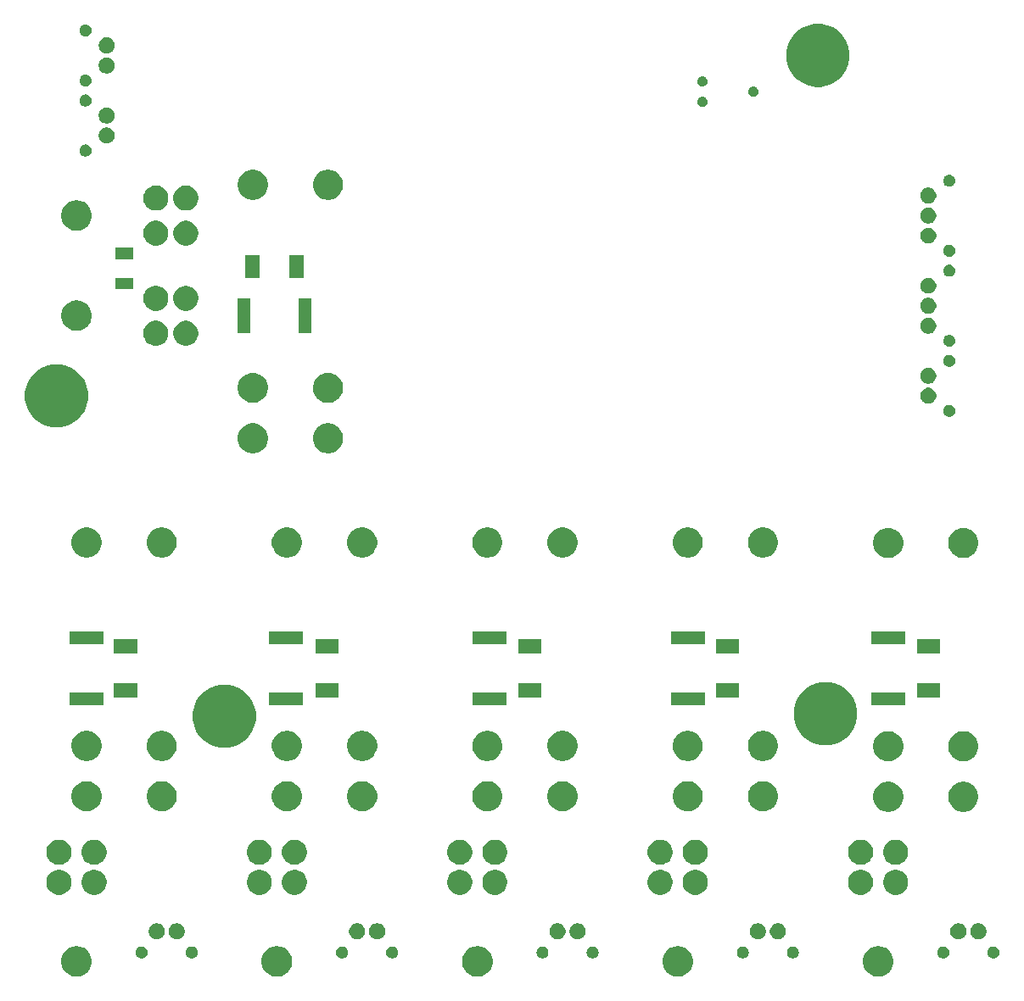
<source format=gbr>
G04 #@! TF.GenerationSoftware,KiCad,Pcbnew,5.0.1-33cea8e~68~ubuntu18.04.1*
G04 #@! TF.CreationDate,2018-11-11T22:39:29+00:00*
G04 #@! TF.ProjectId,ignition,69676E6974696F6E2E6B696361645F70,rev?*
G04 #@! TF.SameCoordinates,Original*
G04 #@! TF.FileFunction,Soldermask,Bot*
G04 #@! TF.FilePolarity,Negative*
%FSLAX46Y46*%
G04 Gerber Fmt 4.6, Leading zero omitted, Abs format (unit mm)*
G04 Created by KiCad (PCBNEW 5.0.1-33cea8e~68~ubuntu18.04.1) date Sun 11 Nov 2018 22:39:29 GMT*
%MOMM*%
%LPD*%
G01*
G04 APERTURE LIST*
%ADD10C,0.100000*%
G04 APERTURE END LIST*
D10*
G36*
X66248245Y-112995522D02*
X66444534Y-113034566D01*
X66684467Y-113133950D01*
X66721885Y-113149449D01*
X66971496Y-113316234D01*
X67183766Y-113528504D01*
X67183768Y-113528507D01*
X67350551Y-113778115D01*
X67465434Y-114055466D01*
X67524000Y-114349899D01*
X67524000Y-114650101D01*
X67465434Y-114944534D01*
X67350551Y-115221885D01*
X67183766Y-115471496D01*
X66971496Y-115683766D01*
X66971493Y-115683768D01*
X66721885Y-115850551D01*
X66444534Y-115965434D01*
X66248245Y-116004478D01*
X66150102Y-116024000D01*
X65849898Y-116024000D01*
X65751755Y-116004478D01*
X65555466Y-115965434D01*
X65278115Y-115850551D01*
X65028507Y-115683768D01*
X65028504Y-115683766D01*
X64816234Y-115471496D01*
X64649449Y-115221885D01*
X64534566Y-114944534D01*
X64476000Y-114650101D01*
X64476000Y-114349899D01*
X64534566Y-114055466D01*
X64649449Y-113778115D01*
X64816232Y-113528507D01*
X64816234Y-113528504D01*
X65028504Y-113316234D01*
X65278115Y-113149449D01*
X65315533Y-113133950D01*
X65555466Y-113034566D01*
X65751755Y-112995522D01*
X65849898Y-112976000D01*
X66150102Y-112976000D01*
X66248245Y-112995522D01*
X66248245Y-112995522D01*
G37*
G36*
X46248245Y-112995522D02*
X46444534Y-113034566D01*
X46684467Y-113133950D01*
X46721885Y-113149449D01*
X46971496Y-113316234D01*
X47183766Y-113528504D01*
X47183768Y-113528507D01*
X47350551Y-113778115D01*
X47465434Y-114055466D01*
X47524000Y-114349899D01*
X47524000Y-114650101D01*
X47465434Y-114944534D01*
X47350551Y-115221885D01*
X47183766Y-115471496D01*
X46971496Y-115683766D01*
X46971493Y-115683768D01*
X46721885Y-115850551D01*
X46444534Y-115965434D01*
X46248245Y-116004478D01*
X46150102Y-116024000D01*
X45849898Y-116024000D01*
X45751755Y-116004478D01*
X45555466Y-115965434D01*
X45278115Y-115850551D01*
X45028507Y-115683768D01*
X45028504Y-115683766D01*
X44816234Y-115471496D01*
X44649449Y-115221885D01*
X44534566Y-114944534D01*
X44476000Y-114650101D01*
X44476000Y-114349899D01*
X44534566Y-114055466D01*
X44649449Y-113778115D01*
X44816232Y-113528507D01*
X44816234Y-113528504D01*
X45028504Y-113316234D01*
X45278115Y-113149449D01*
X45315533Y-113133950D01*
X45555466Y-113034566D01*
X45751755Y-112995522D01*
X45849898Y-112976000D01*
X46150102Y-112976000D01*
X46248245Y-112995522D01*
X46248245Y-112995522D01*
G37*
G36*
X26248245Y-112995522D02*
X26444534Y-113034566D01*
X26684467Y-113133950D01*
X26721885Y-113149449D01*
X26971496Y-113316234D01*
X27183766Y-113528504D01*
X27183768Y-113528507D01*
X27350551Y-113778115D01*
X27465434Y-114055466D01*
X27524000Y-114349899D01*
X27524000Y-114650101D01*
X27465434Y-114944534D01*
X27350551Y-115221885D01*
X27183766Y-115471496D01*
X26971496Y-115683766D01*
X26971493Y-115683768D01*
X26721885Y-115850551D01*
X26444534Y-115965434D01*
X26248245Y-116004478D01*
X26150102Y-116024000D01*
X25849898Y-116024000D01*
X25751755Y-116004478D01*
X25555466Y-115965434D01*
X25278115Y-115850551D01*
X25028507Y-115683768D01*
X25028504Y-115683766D01*
X24816234Y-115471496D01*
X24649449Y-115221885D01*
X24534566Y-114944534D01*
X24476000Y-114650101D01*
X24476000Y-114349899D01*
X24534566Y-114055466D01*
X24649449Y-113778115D01*
X24816232Y-113528507D01*
X24816234Y-113528504D01*
X25028504Y-113316234D01*
X25278115Y-113149449D01*
X25315533Y-113133950D01*
X25555466Y-113034566D01*
X25751755Y-112995522D01*
X25849898Y-112976000D01*
X26150102Y-112976000D01*
X26248245Y-112995522D01*
X26248245Y-112995522D01*
G37*
G36*
X106248245Y-112995522D02*
X106444534Y-113034566D01*
X106684467Y-113133950D01*
X106721885Y-113149449D01*
X106971496Y-113316234D01*
X107183766Y-113528504D01*
X107183768Y-113528507D01*
X107350551Y-113778115D01*
X107465434Y-114055466D01*
X107524000Y-114349899D01*
X107524000Y-114650101D01*
X107465434Y-114944534D01*
X107350551Y-115221885D01*
X107183766Y-115471496D01*
X106971496Y-115683766D01*
X106971493Y-115683768D01*
X106721885Y-115850551D01*
X106444534Y-115965434D01*
X106248245Y-116004478D01*
X106150102Y-116024000D01*
X105849898Y-116024000D01*
X105751755Y-116004478D01*
X105555466Y-115965434D01*
X105278115Y-115850551D01*
X105028507Y-115683768D01*
X105028504Y-115683766D01*
X104816234Y-115471496D01*
X104649449Y-115221885D01*
X104534566Y-114944534D01*
X104476000Y-114650101D01*
X104476000Y-114349899D01*
X104534566Y-114055466D01*
X104649449Y-113778115D01*
X104816232Y-113528507D01*
X104816234Y-113528504D01*
X105028504Y-113316234D01*
X105278115Y-113149449D01*
X105315533Y-113133950D01*
X105555466Y-113034566D01*
X105751755Y-112995522D01*
X105849898Y-112976000D01*
X106150102Y-112976000D01*
X106248245Y-112995522D01*
X106248245Y-112995522D01*
G37*
G36*
X86248245Y-112995522D02*
X86444534Y-113034566D01*
X86684467Y-113133950D01*
X86721885Y-113149449D01*
X86971496Y-113316234D01*
X87183766Y-113528504D01*
X87183768Y-113528507D01*
X87350551Y-113778115D01*
X87465434Y-114055466D01*
X87524000Y-114349899D01*
X87524000Y-114650101D01*
X87465434Y-114944534D01*
X87350551Y-115221885D01*
X87183766Y-115471496D01*
X86971496Y-115683766D01*
X86971493Y-115683768D01*
X86721885Y-115850551D01*
X86444534Y-115965434D01*
X86248245Y-116004478D01*
X86150102Y-116024000D01*
X85849898Y-116024000D01*
X85751755Y-116004478D01*
X85555466Y-115965434D01*
X85278115Y-115850551D01*
X85028507Y-115683768D01*
X85028504Y-115683766D01*
X84816234Y-115471496D01*
X84649449Y-115221885D01*
X84534566Y-114944534D01*
X84476000Y-114650101D01*
X84476000Y-114349899D01*
X84534566Y-114055466D01*
X84649449Y-113778115D01*
X84816232Y-113528507D01*
X84816234Y-113528504D01*
X85028504Y-113316234D01*
X85278115Y-113149449D01*
X85315533Y-113133950D01*
X85555466Y-113034566D01*
X85751755Y-112995522D01*
X85849898Y-112976000D01*
X86150102Y-112976000D01*
X86248245Y-112995522D01*
X86248245Y-112995522D01*
G37*
G36*
X57675012Y-113023057D02*
X57784207Y-113068287D01*
X57882481Y-113133952D01*
X57966048Y-113217519D01*
X58031713Y-113315793D01*
X58076943Y-113424988D01*
X58100000Y-113540904D01*
X58100000Y-113659096D01*
X58076943Y-113775012D01*
X58031713Y-113884207D01*
X57966048Y-113982481D01*
X57882481Y-114066048D01*
X57784207Y-114131713D01*
X57675012Y-114176943D01*
X57559096Y-114200000D01*
X57440904Y-114200000D01*
X57324988Y-114176943D01*
X57215793Y-114131713D01*
X57117519Y-114066048D01*
X57033952Y-113982481D01*
X56968287Y-113884207D01*
X56923057Y-113775012D01*
X56900000Y-113659096D01*
X56900000Y-113540904D01*
X56923057Y-113424988D01*
X56968287Y-113315793D01*
X57033952Y-113217519D01*
X57117519Y-113133952D01*
X57215793Y-113068287D01*
X57324988Y-113023057D01*
X57440904Y-113000000D01*
X57559096Y-113000000D01*
X57675012Y-113023057D01*
X57675012Y-113023057D01*
G37*
G36*
X117675012Y-113023057D02*
X117784207Y-113068287D01*
X117882481Y-113133952D01*
X117966048Y-113217519D01*
X118031713Y-113315793D01*
X118076943Y-113424988D01*
X118100000Y-113540904D01*
X118100000Y-113659096D01*
X118076943Y-113775012D01*
X118031713Y-113884207D01*
X117966048Y-113982481D01*
X117882481Y-114066048D01*
X117784207Y-114131713D01*
X117675012Y-114176943D01*
X117559096Y-114200000D01*
X117440904Y-114200000D01*
X117324988Y-114176943D01*
X117215793Y-114131713D01*
X117117519Y-114066048D01*
X117033952Y-113982481D01*
X116968287Y-113884207D01*
X116923057Y-113775012D01*
X116900000Y-113659096D01*
X116900000Y-113540904D01*
X116923057Y-113424988D01*
X116968287Y-113315793D01*
X117033952Y-113217519D01*
X117117519Y-113133952D01*
X117215793Y-113068287D01*
X117324988Y-113023057D01*
X117440904Y-113000000D01*
X117559096Y-113000000D01*
X117675012Y-113023057D01*
X117675012Y-113023057D01*
G37*
G36*
X37675012Y-113023057D02*
X37784207Y-113068287D01*
X37882481Y-113133952D01*
X37966048Y-113217519D01*
X38031713Y-113315793D01*
X38076943Y-113424988D01*
X38100000Y-113540904D01*
X38100000Y-113659096D01*
X38076943Y-113775012D01*
X38031713Y-113884207D01*
X37966048Y-113982481D01*
X37882481Y-114066048D01*
X37784207Y-114131713D01*
X37675012Y-114176943D01*
X37559096Y-114200000D01*
X37440904Y-114200000D01*
X37324988Y-114176943D01*
X37215793Y-114131713D01*
X37117519Y-114066048D01*
X37033952Y-113982481D01*
X36968287Y-113884207D01*
X36923057Y-113775012D01*
X36900000Y-113659096D01*
X36900000Y-113540904D01*
X36923057Y-113424988D01*
X36968287Y-113315793D01*
X37033952Y-113217519D01*
X37117519Y-113133952D01*
X37215793Y-113068287D01*
X37324988Y-113023057D01*
X37440904Y-113000000D01*
X37559096Y-113000000D01*
X37675012Y-113023057D01*
X37675012Y-113023057D01*
G37*
G36*
X32675012Y-113023057D02*
X32784207Y-113068287D01*
X32882481Y-113133952D01*
X32966048Y-113217519D01*
X33031713Y-113315793D01*
X33076943Y-113424988D01*
X33100000Y-113540904D01*
X33100000Y-113659096D01*
X33076943Y-113775012D01*
X33031713Y-113884207D01*
X32966048Y-113982481D01*
X32882481Y-114066048D01*
X32784207Y-114131713D01*
X32675012Y-114176943D01*
X32559096Y-114200000D01*
X32440904Y-114200000D01*
X32324988Y-114176943D01*
X32215793Y-114131713D01*
X32117519Y-114066048D01*
X32033952Y-113982481D01*
X31968287Y-113884207D01*
X31923057Y-113775012D01*
X31900000Y-113659096D01*
X31900000Y-113540904D01*
X31923057Y-113424988D01*
X31968287Y-113315793D01*
X32033952Y-113217519D01*
X32117519Y-113133952D01*
X32215793Y-113068287D01*
X32324988Y-113023057D01*
X32440904Y-113000000D01*
X32559096Y-113000000D01*
X32675012Y-113023057D01*
X32675012Y-113023057D01*
G37*
G36*
X52675012Y-113023057D02*
X52784207Y-113068287D01*
X52882481Y-113133952D01*
X52966048Y-113217519D01*
X53031713Y-113315793D01*
X53076943Y-113424988D01*
X53100000Y-113540904D01*
X53100000Y-113659096D01*
X53076943Y-113775012D01*
X53031713Y-113884207D01*
X52966048Y-113982481D01*
X52882481Y-114066048D01*
X52784207Y-114131713D01*
X52675012Y-114176943D01*
X52559096Y-114200000D01*
X52440904Y-114200000D01*
X52324988Y-114176943D01*
X52215793Y-114131713D01*
X52117519Y-114066048D01*
X52033952Y-113982481D01*
X51968287Y-113884207D01*
X51923057Y-113775012D01*
X51900000Y-113659096D01*
X51900000Y-113540904D01*
X51923057Y-113424988D01*
X51968287Y-113315793D01*
X52033952Y-113217519D01*
X52117519Y-113133952D01*
X52215793Y-113068287D01*
X52324988Y-113023057D01*
X52440904Y-113000000D01*
X52559096Y-113000000D01*
X52675012Y-113023057D01*
X52675012Y-113023057D01*
G37*
G36*
X72675012Y-113023057D02*
X72784207Y-113068287D01*
X72882481Y-113133952D01*
X72966048Y-113217519D01*
X73031713Y-113315793D01*
X73076943Y-113424988D01*
X73100000Y-113540904D01*
X73100000Y-113659096D01*
X73076943Y-113775012D01*
X73031713Y-113884207D01*
X72966048Y-113982481D01*
X72882481Y-114066048D01*
X72784207Y-114131713D01*
X72675012Y-114176943D01*
X72559096Y-114200000D01*
X72440904Y-114200000D01*
X72324988Y-114176943D01*
X72215793Y-114131713D01*
X72117519Y-114066048D01*
X72033952Y-113982481D01*
X71968287Y-113884207D01*
X71923057Y-113775012D01*
X71900000Y-113659096D01*
X71900000Y-113540904D01*
X71923057Y-113424988D01*
X71968287Y-113315793D01*
X72033952Y-113217519D01*
X72117519Y-113133952D01*
X72215793Y-113068287D01*
X72324988Y-113023057D01*
X72440904Y-113000000D01*
X72559096Y-113000000D01*
X72675012Y-113023057D01*
X72675012Y-113023057D01*
G37*
G36*
X77675012Y-113023057D02*
X77784207Y-113068287D01*
X77882481Y-113133952D01*
X77966048Y-113217519D01*
X78031713Y-113315793D01*
X78076943Y-113424988D01*
X78100000Y-113540904D01*
X78100000Y-113659096D01*
X78076943Y-113775012D01*
X78031713Y-113884207D01*
X77966048Y-113982481D01*
X77882481Y-114066048D01*
X77784207Y-114131713D01*
X77675012Y-114176943D01*
X77559096Y-114200000D01*
X77440904Y-114200000D01*
X77324988Y-114176943D01*
X77215793Y-114131713D01*
X77117519Y-114066048D01*
X77033952Y-113982481D01*
X76968287Y-113884207D01*
X76923057Y-113775012D01*
X76900000Y-113659096D01*
X76900000Y-113540904D01*
X76923057Y-113424988D01*
X76968287Y-113315793D01*
X77033952Y-113217519D01*
X77117519Y-113133952D01*
X77215793Y-113068287D01*
X77324988Y-113023057D01*
X77440904Y-113000000D01*
X77559096Y-113000000D01*
X77675012Y-113023057D01*
X77675012Y-113023057D01*
G37*
G36*
X92675012Y-113023057D02*
X92784207Y-113068287D01*
X92882481Y-113133952D01*
X92966048Y-113217519D01*
X93031713Y-113315793D01*
X93076943Y-113424988D01*
X93100000Y-113540904D01*
X93100000Y-113659096D01*
X93076943Y-113775012D01*
X93031713Y-113884207D01*
X92966048Y-113982481D01*
X92882481Y-114066048D01*
X92784207Y-114131713D01*
X92675012Y-114176943D01*
X92559096Y-114200000D01*
X92440904Y-114200000D01*
X92324988Y-114176943D01*
X92215793Y-114131713D01*
X92117519Y-114066048D01*
X92033952Y-113982481D01*
X91968287Y-113884207D01*
X91923057Y-113775012D01*
X91900000Y-113659096D01*
X91900000Y-113540904D01*
X91923057Y-113424988D01*
X91968287Y-113315793D01*
X92033952Y-113217519D01*
X92117519Y-113133952D01*
X92215793Y-113068287D01*
X92324988Y-113023057D01*
X92440904Y-113000000D01*
X92559096Y-113000000D01*
X92675012Y-113023057D01*
X92675012Y-113023057D01*
G37*
G36*
X112675012Y-113023057D02*
X112784207Y-113068287D01*
X112882481Y-113133952D01*
X112966048Y-113217519D01*
X113031713Y-113315793D01*
X113076943Y-113424988D01*
X113100000Y-113540904D01*
X113100000Y-113659096D01*
X113076943Y-113775012D01*
X113031713Y-113884207D01*
X112966048Y-113982481D01*
X112882481Y-114066048D01*
X112784207Y-114131713D01*
X112675012Y-114176943D01*
X112559096Y-114200000D01*
X112440904Y-114200000D01*
X112324988Y-114176943D01*
X112215793Y-114131713D01*
X112117519Y-114066048D01*
X112033952Y-113982481D01*
X111968287Y-113884207D01*
X111923057Y-113775012D01*
X111900000Y-113659096D01*
X111900000Y-113540904D01*
X111923057Y-113424988D01*
X111968287Y-113315793D01*
X112033952Y-113217519D01*
X112117519Y-113133952D01*
X112215793Y-113068287D01*
X112324988Y-113023057D01*
X112440904Y-113000000D01*
X112559096Y-113000000D01*
X112675012Y-113023057D01*
X112675012Y-113023057D01*
G37*
G36*
X97675012Y-113023057D02*
X97784207Y-113068287D01*
X97882481Y-113133952D01*
X97966048Y-113217519D01*
X98031713Y-113315793D01*
X98076943Y-113424988D01*
X98100000Y-113540904D01*
X98100000Y-113659096D01*
X98076943Y-113775012D01*
X98031713Y-113884207D01*
X97966048Y-113982481D01*
X97882481Y-114066048D01*
X97784207Y-114131713D01*
X97675012Y-114176943D01*
X97559096Y-114200000D01*
X97440904Y-114200000D01*
X97324988Y-114176943D01*
X97215793Y-114131713D01*
X97117519Y-114066048D01*
X97033952Y-113982481D01*
X96968287Y-113884207D01*
X96923057Y-113775012D01*
X96900000Y-113659096D01*
X96900000Y-113540904D01*
X96923057Y-113424988D01*
X96968287Y-113315793D01*
X97033952Y-113217519D01*
X97117519Y-113133952D01*
X97215793Y-113068287D01*
X97324988Y-113023057D01*
X97440904Y-113000000D01*
X97559096Y-113000000D01*
X97675012Y-113023057D01*
X97675012Y-113023057D01*
G37*
G36*
X34233352Y-110730743D02*
X34378941Y-110791048D01*
X34509973Y-110878601D01*
X34621399Y-110990027D01*
X34708952Y-111121059D01*
X34769257Y-111266648D01*
X34800000Y-111421205D01*
X34800000Y-111578795D01*
X34769257Y-111733352D01*
X34708952Y-111878941D01*
X34621399Y-112009973D01*
X34509973Y-112121399D01*
X34378941Y-112208952D01*
X34233352Y-112269257D01*
X34078795Y-112300000D01*
X33921205Y-112300000D01*
X33766648Y-112269257D01*
X33621059Y-112208952D01*
X33490027Y-112121399D01*
X33378601Y-112009973D01*
X33291048Y-111878941D01*
X33230743Y-111733352D01*
X33200000Y-111578795D01*
X33200000Y-111421205D01*
X33230743Y-111266648D01*
X33291048Y-111121059D01*
X33378601Y-110990027D01*
X33490027Y-110878601D01*
X33621059Y-110791048D01*
X33766648Y-110730743D01*
X33921205Y-110700000D01*
X34078795Y-110700000D01*
X34233352Y-110730743D01*
X34233352Y-110730743D01*
G37*
G36*
X96233352Y-110730743D02*
X96378941Y-110791048D01*
X96509973Y-110878601D01*
X96621399Y-110990027D01*
X96708952Y-111121059D01*
X96769257Y-111266648D01*
X96800000Y-111421205D01*
X96800000Y-111578795D01*
X96769257Y-111733352D01*
X96708952Y-111878941D01*
X96621399Y-112009973D01*
X96509973Y-112121399D01*
X96378941Y-112208952D01*
X96233352Y-112269257D01*
X96078795Y-112300000D01*
X95921205Y-112300000D01*
X95766648Y-112269257D01*
X95621059Y-112208952D01*
X95490027Y-112121399D01*
X95378601Y-112009973D01*
X95291048Y-111878941D01*
X95230743Y-111733352D01*
X95200000Y-111578795D01*
X95200000Y-111421205D01*
X95230743Y-111266648D01*
X95291048Y-111121059D01*
X95378601Y-110990027D01*
X95490027Y-110878601D01*
X95621059Y-110791048D01*
X95766648Y-110730743D01*
X95921205Y-110700000D01*
X96078795Y-110700000D01*
X96233352Y-110730743D01*
X96233352Y-110730743D01*
G37*
G36*
X74233352Y-110730743D02*
X74378941Y-110791048D01*
X74509973Y-110878601D01*
X74621399Y-110990027D01*
X74708952Y-111121059D01*
X74769257Y-111266648D01*
X74800000Y-111421205D01*
X74800000Y-111578795D01*
X74769257Y-111733352D01*
X74708952Y-111878941D01*
X74621399Y-112009973D01*
X74509973Y-112121399D01*
X74378941Y-112208952D01*
X74233352Y-112269257D01*
X74078795Y-112300000D01*
X73921205Y-112300000D01*
X73766648Y-112269257D01*
X73621059Y-112208952D01*
X73490027Y-112121399D01*
X73378601Y-112009973D01*
X73291048Y-111878941D01*
X73230743Y-111733352D01*
X73200000Y-111578795D01*
X73200000Y-111421205D01*
X73230743Y-111266648D01*
X73291048Y-111121059D01*
X73378601Y-110990027D01*
X73490027Y-110878601D01*
X73621059Y-110791048D01*
X73766648Y-110730743D01*
X73921205Y-110700000D01*
X74078795Y-110700000D01*
X74233352Y-110730743D01*
X74233352Y-110730743D01*
G37*
G36*
X56233352Y-110730743D02*
X56378941Y-110791048D01*
X56509973Y-110878601D01*
X56621399Y-110990027D01*
X56708952Y-111121059D01*
X56769257Y-111266648D01*
X56800000Y-111421205D01*
X56800000Y-111578795D01*
X56769257Y-111733352D01*
X56708952Y-111878941D01*
X56621399Y-112009973D01*
X56509973Y-112121399D01*
X56378941Y-112208952D01*
X56233352Y-112269257D01*
X56078795Y-112300000D01*
X55921205Y-112300000D01*
X55766648Y-112269257D01*
X55621059Y-112208952D01*
X55490027Y-112121399D01*
X55378601Y-112009973D01*
X55291048Y-111878941D01*
X55230743Y-111733352D01*
X55200000Y-111578795D01*
X55200000Y-111421205D01*
X55230743Y-111266648D01*
X55291048Y-111121059D01*
X55378601Y-110990027D01*
X55490027Y-110878601D01*
X55621059Y-110791048D01*
X55766648Y-110730743D01*
X55921205Y-110700000D01*
X56078795Y-110700000D01*
X56233352Y-110730743D01*
X56233352Y-110730743D01*
G37*
G36*
X54233352Y-110730743D02*
X54378941Y-110791048D01*
X54509973Y-110878601D01*
X54621399Y-110990027D01*
X54708952Y-111121059D01*
X54769257Y-111266648D01*
X54800000Y-111421205D01*
X54800000Y-111578795D01*
X54769257Y-111733352D01*
X54708952Y-111878941D01*
X54621399Y-112009973D01*
X54509973Y-112121399D01*
X54378941Y-112208952D01*
X54233352Y-112269257D01*
X54078795Y-112300000D01*
X53921205Y-112300000D01*
X53766648Y-112269257D01*
X53621059Y-112208952D01*
X53490027Y-112121399D01*
X53378601Y-112009973D01*
X53291048Y-111878941D01*
X53230743Y-111733352D01*
X53200000Y-111578795D01*
X53200000Y-111421205D01*
X53230743Y-111266648D01*
X53291048Y-111121059D01*
X53378601Y-110990027D01*
X53490027Y-110878601D01*
X53621059Y-110791048D01*
X53766648Y-110730743D01*
X53921205Y-110700000D01*
X54078795Y-110700000D01*
X54233352Y-110730743D01*
X54233352Y-110730743D01*
G37*
G36*
X36233352Y-110730743D02*
X36378941Y-110791048D01*
X36509973Y-110878601D01*
X36621399Y-110990027D01*
X36708952Y-111121059D01*
X36769257Y-111266648D01*
X36800000Y-111421205D01*
X36800000Y-111578795D01*
X36769257Y-111733352D01*
X36708952Y-111878941D01*
X36621399Y-112009973D01*
X36509973Y-112121399D01*
X36378941Y-112208952D01*
X36233352Y-112269257D01*
X36078795Y-112300000D01*
X35921205Y-112300000D01*
X35766648Y-112269257D01*
X35621059Y-112208952D01*
X35490027Y-112121399D01*
X35378601Y-112009973D01*
X35291048Y-111878941D01*
X35230743Y-111733352D01*
X35200000Y-111578795D01*
X35200000Y-111421205D01*
X35230743Y-111266648D01*
X35291048Y-111121059D01*
X35378601Y-110990027D01*
X35490027Y-110878601D01*
X35621059Y-110791048D01*
X35766648Y-110730743D01*
X35921205Y-110700000D01*
X36078795Y-110700000D01*
X36233352Y-110730743D01*
X36233352Y-110730743D01*
G37*
G36*
X116233352Y-110730743D02*
X116378941Y-110791048D01*
X116509973Y-110878601D01*
X116621399Y-110990027D01*
X116708952Y-111121059D01*
X116769257Y-111266648D01*
X116800000Y-111421205D01*
X116800000Y-111578795D01*
X116769257Y-111733352D01*
X116708952Y-111878941D01*
X116621399Y-112009973D01*
X116509973Y-112121399D01*
X116378941Y-112208952D01*
X116233352Y-112269257D01*
X116078795Y-112300000D01*
X115921205Y-112300000D01*
X115766648Y-112269257D01*
X115621059Y-112208952D01*
X115490027Y-112121399D01*
X115378601Y-112009973D01*
X115291048Y-111878941D01*
X115230743Y-111733352D01*
X115200000Y-111578795D01*
X115200000Y-111421205D01*
X115230743Y-111266648D01*
X115291048Y-111121059D01*
X115378601Y-110990027D01*
X115490027Y-110878601D01*
X115621059Y-110791048D01*
X115766648Y-110730743D01*
X115921205Y-110700000D01*
X116078795Y-110700000D01*
X116233352Y-110730743D01*
X116233352Y-110730743D01*
G37*
G36*
X114233352Y-110730743D02*
X114378941Y-110791048D01*
X114509973Y-110878601D01*
X114621399Y-110990027D01*
X114708952Y-111121059D01*
X114769257Y-111266648D01*
X114800000Y-111421205D01*
X114800000Y-111578795D01*
X114769257Y-111733352D01*
X114708952Y-111878941D01*
X114621399Y-112009973D01*
X114509973Y-112121399D01*
X114378941Y-112208952D01*
X114233352Y-112269257D01*
X114078795Y-112300000D01*
X113921205Y-112300000D01*
X113766648Y-112269257D01*
X113621059Y-112208952D01*
X113490027Y-112121399D01*
X113378601Y-112009973D01*
X113291048Y-111878941D01*
X113230743Y-111733352D01*
X113200000Y-111578795D01*
X113200000Y-111421205D01*
X113230743Y-111266648D01*
X113291048Y-111121059D01*
X113378601Y-110990027D01*
X113490027Y-110878601D01*
X113621059Y-110791048D01*
X113766648Y-110730743D01*
X113921205Y-110700000D01*
X114078795Y-110700000D01*
X114233352Y-110730743D01*
X114233352Y-110730743D01*
G37*
G36*
X94233352Y-110730743D02*
X94378941Y-110791048D01*
X94509973Y-110878601D01*
X94621399Y-110990027D01*
X94708952Y-111121059D01*
X94769257Y-111266648D01*
X94800000Y-111421205D01*
X94800000Y-111578795D01*
X94769257Y-111733352D01*
X94708952Y-111878941D01*
X94621399Y-112009973D01*
X94509973Y-112121399D01*
X94378941Y-112208952D01*
X94233352Y-112269257D01*
X94078795Y-112300000D01*
X93921205Y-112300000D01*
X93766648Y-112269257D01*
X93621059Y-112208952D01*
X93490027Y-112121399D01*
X93378601Y-112009973D01*
X93291048Y-111878941D01*
X93230743Y-111733352D01*
X93200000Y-111578795D01*
X93200000Y-111421205D01*
X93230743Y-111266648D01*
X93291048Y-111121059D01*
X93378601Y-110990027D01*
X93490027Y-110878601D01*
X93621059Y-110791048D01*
X93766648Y-110730743D01*
X93921205Y-110700000D01*
X94078795Y-110700000D01*
X94233352Y-110730743D01*
X94233352Y-110730743D01*
G37*
G36*
X76233352Y-110730743D02*
X76378941Y-110791048D01*
X76509973Y-110878601D01*
X76621399Y-110990027D01*
X76708952Y-111121059D01*
X76769257Y-111266648D01*
X76800000Y-111421205D01*
X76800000Y-111578795D01*
X76769257Y-111733352D01*
X76708952Y-111878941D01*
X76621399Y-112009973D01*
X76509973Y-112121399D01*
X76378941Y-112208952D01*
X76233352Y-112269257D01*
X76078795Y-112300000D01*
X75921205Y-112300000D01*
X75766648Y-112269257D01*
X75621059Y-112208952D01*
X75490027Y-112121399D01*
X75378601Y-112009973D01*
X75291048Y-111878941D01*
X75230743Y-111733352D01*
X75200000Y-111578795D01*
X75200000Y-111421205D01*
X75230743Y-111266648D01*
X75291048Y-111121059D01*
X75378601Y-110990027D01*
X75490027Y-110878601D01*
X75621059Y-110791048D01*
X75766648Y-110730743D01*
X75921205Y-110700000D01*
X76078795Y-110700000D01*
X76233352Y-110730743D01*
X76233352Y-110730743D01*
G37*
G36*
X24614612Y-105388037D02*
X24842096Y-105482264D01*
X25046831Y-105619064D01*
X25220936Y-105793169D01*
X25357736Y-105997904D01*
X25451963Y-106225388D01*
X25500000Y-106466885D01*
X25500000Y-106713115D01*
X25451963Y-106954612D01*
X25357736Y-107182096D01*
X25220936Y-107386831D01*
X25046831Y-107560936D01*
X24842096Y-107697736D01*
X24614612Y-107791963D01*
X24373115Y-107840000D01*
X24126885Y-107840000D01*
X23885388Y-107791963D01*
X23657904Y-107697736D01*
X23453169Y-107560936D01*
X23279064Y-107386831D01*
X23142264Y-107182096D01*
X23048037Y-106954612D01*
X23000000Y-106713115D01*
X23000000Y-106466885D01*
X23048037Y-106225388D01*
X23142264Y-105997904D01*
X23279064Y-105793169D01*
X23453169Y-105619064D01*
X23657904Y-105482264D01*
X23885388Y-105388037D01*
X24126885Y-105340000D01*
X24373115Y-105340000D01*
X24614612Y-105388037D01*
X24614612Y-105388037D01*
G37*
G36*
X48114612Y-105388037D02*
X48342096Y-105482264D01*
X48546831Y-105619064D01*
X48720936Y-105793169D01*
X48857736Y-105997904D01*
X48951963Y-106225388D01*
X49000000Y-106466885D01*
X49000000Y-106713115D01*
X48951963Y-106954612D01*
X48857736Y-107182096D01*
X48720936Y-107386831D01*
X48546831Y-107560936D01*
X48342096Y-107697736D01*
X48114612Y-107791963D01*
X47873115Y-107840000D01*
X47626885Y-107840000D01*
X47385388Y-107791963D01*
X47157904Y-107697736D01*
X46953169Y-107560936D01*
X46779064Y-107386831D01*
X46642264Y-107182096D01*
X46548037Y-106954612D01*
X46500000Y-106713115D01*
X46500000Y-106466885D01*
X46548037Y-106225388D01*
X46642264Y-105997904D01*
X46779064Y-105793169D01*
X46953169Y-105619064D01*
X47157904Y-105482264D01*
X47385388Y-105388037D01*
X47626885Y-105340000D01*
X47873115Y-105340000D01*
X48114612Y-105388037D01*
X48114612Y-105388037D01*
G37*
G36*
X44614612Y-105388037D02*
X44842096Y-105482264D01*
X45046831Y-105619064D01*
X45220936Y-105793169D01*
X45357736Y-105997904D01*
X45451963Y-106225388D01*
X45500000Y-106466885D01*
X45500000Y-106713115D01*
X45451963Y-106954612D01*
X45357736Y-107182096D01*
X45220936Y-107386831D01*
X45046831Y-107560936D01*
X44842096Y-107697736D01*
X44614612Y-107791963D01*
X44373115Y-107840000D01*
X44126885Y-107840000D01*
X43885388Y-107791963D01*
X43657904Y-107697736D01*
X43453169Y-107560936D01*
X43279064Y-107386831D01*
X43142264Y-107182096D01*
X43048037Y-106954612D01*
X43000000Y-106713115D01*
X43000000Y-106466885D01*
X43048037Y-106225388D01*
X43142264Y-105997904D01*
X43279064Y-105793169D01*
X43453169Y-105619064D01*
X43657904Y-105482264D01*
X43885388Y-105388037D01*
X44126885Y-105340000D01*
X44373115Y-105340000D01*
X44614612Y-105388037D01*
X44614612Y-105388037D01*
G37*
G36*
X88114612Y-105388037D02*
X88342096Y-105482264D01*
X88546831Y-105619064D01*
X88720936Y-105793169D01*
X88857736Y-105997904D01*
X88951963Y-106225388D01*
X89000000Y-106466885D01*
X89000000Y-106713115D01*
X88951963Y-106954612D01*
X88857736Y-107182096D01*
X88720936Y-107386831D01*
X88546831Y-107560936D01*
X88342096Y-107697736D01*
X88114612Y-107791963D01*
X87873115Y-107840000D01*
X87626885Y-107840000D01*
X87385388Y-107791963D01*
X87157904Y-107697736D01*
X86953169Y-107560936D01*
X86779064Y-107386831D01*
X86642264Y-107182096D01*
X86548037Y-106954612D01*
X86500000Y-106713115D01*
X86500000Y-106466885D01*
X86548037Y-106225388D01*
X86642264Y-105997904D01*
X86779064Y-105793169D01*
X86953169Y-105619064D01*
X87157904Y-105482264D01*
X87385388Y-105388037D01*
X87626885Y-105340000D01*
X87873115Y-105340000D01*
X88114612Y-105388037D01*
X88114612Y-105388037D01*
G37*
G36*
X84614612Y-105388037D02*
X84842096Y-105482264D01*
X85046831Y-105619064D01*
X85220936Y-105793169D01*
X85357736Y-105997904D01*
X85451963Y-106225388D01*
X85500000Y-106466885D01*
X85500000Y-106713115D01*
X85451963Y-106954612D01*
X85357736Y-107182096D01*
X85220936Y-107386831D01*
X85046831Y-107560936D01*
X84842096Y-107697736D01*
X84614612Y-107791963D01*
X84373115Y-107840000D01*
X84126885Y-107840000D01*
X83885388Y-107791963D01*
X83657904Y-107697736D01*
X83453169Y-107560936D01*
X83279064Y-107386831D01*
X83142264Y-107182096D01*
X83048037Y-106954612D01*
X83000000Y-106713115D01*
X83000000Y-106466885D01*
X83048037Y-106225388D01*
X83142264Y-105997904D01*
X83279064Y-105793169D01*
X83453169Y-105619064D01*
X83657904Y-105482264D01*
X83885388Y-105388037D01*
X84126885Y-105340000D01*
X84373115Y-105340000D01*
X84614612Y-105388037D01*
X84614612Y-105388037D01*
G37*
G36*
X108114612Y-105388037D02*
X108342096Y-105482264D01*
X108546831Y-105619064D01*
X108720936Y-105793169D01*
X108857736Y-105997904D01*
X108951963Y-106225388D01*
X109000000Y-106466885D01*
X109000000Y-106713115D01*
X108951963Y-106954612D01*
X108857736Y-107182096D01*
X108720936Y-107386831D01*
X108546831Y-107560936D01*
X108342096Y-107697736D01*
X108114612Y-107791963D01*
X107873115Y-107840000D01*
X107626885Y-107840000D01*
X107385388Y-107791963D01*
X107157904Y-107697736D01*
X106953169Y-107560936D01*
X106779064Y-107386831D01*
X106642264Y-107182096D01*
X106548037Y-106954612D01*
X106500000Y-106713115D01*
X106500000Y-106466885D01*
X106548037Y-106225388D01*
X106642264Y-105997904D01*
X106779064Y-105793169D01*
X106953169Y-105619064D01*
X107157904Y-105482264D01*
X107385388Y-105388037D01*
X107626885Y-105340000D01*
X107873115Y-105340000D01*
X108114612Y-105388037D01*
X108114612Y-105388037D01*
G37*
G36*
X68114612Y-105388037D02*
X68342096Y-105482264D01*
X68546831Y-105619064D01*
X68720936Y-105793169D01*
X68857736Y-105997904D01*
X68951963Y-106225388D01*
X69000000Y-106466885D01*
X69000000Y-106713115D01*
X68951963Y-106954612D01*
X68857736Y-107182096D01*
X68720936Y-107386831D01*
X68546831Y-107560936D01*
X68342096Y-107697736D01*
X68114612Y-107791963D01*
X67873115Y-107840000D01*
X67626885Y-107840000D01*
X67385388Y-107791963D01*
X67157904Y-107697736D01*
X66953169Y-107560936D01*
X66779064Y-107386831D01*
X66642264Y-107182096D01*
X66548037Y-106954612D01*
X66500000Y-106713115D01*
X66500000Y-106466885D01*
X66548037Y-106225388D01*
X66642264Y-105997904D01*
X66779064Y-105793169D01*
X66953169Y-105619064D01*
X67157904Y-105482264D01*
X67385388Y-105388037D01*
X67626885Y-105340000D01*
X67873115Y-105340000D01*
X68114612Y-105388037D01*
X68114612Y-105388037D01*
G37*
G36*
X104614612Y-105388037D02*
X104842096Y-105482264D01*
X105046831Y-105619064D01*
X105220936Y-105793169D01*
X105357736Y-105997904D01*
X105451963Y-106225388D01*
X105500000Y-106466885D01*
X105500000Y-106713115D01*
X105451963Y-106954612D01*
X105357736Y-107182096D01*
X105220936Y-107386831D01*
X105046831Y-107560936D01*
X104842096Y-107697736D01*
X104614612Y-107791963D01*
X104373115Y-107840000D01*
X104126885Y-107840000D01*
X103885388Y-107791963D01*
X103657904Y-107697736D01*
X103453169Y-107560936D01*
X103279064Y-107386831D01*
X103142264Y-107182096D01*
X103048037Y-106954612D01*
X103000000Y-106713115D01*
X103000000Y-106466885D01*
X103048037Y-106225388D01*
X103142264Y-105997904D01*
X103279064Y-105793169D01*
X103453169Y-105619064D01*
X103657904Y-105482264D01*
X103885388Y-105388037D01*
X104126885Y-105340000D01*
X104373115Y-105340000D01*
X104614612Y-105388037D01*
X104614612Y-105388037D01*
G37*
G36*
X28114612Y-105388037D02*
X28342096Y-105482264D01*
X28546831Y-105619064D01*
X28720936Y-105793169D01*
X28857736Y-105997904D01*
X28951963Y-106225388D01*
X29000000Y-106466885D01*
X29000000Y-106713115D01*
X28951963Y-106954612D01*
X28857736Y-107182096D01*
X28720936Y-107386831D01*
X28546831Y-107560936D01*
X28342096Y-107697736D01*
X28114612Y-107791963D01*
X27873115Y-107840000D01*
X27626885Y-107840000D01*
X27385388Y-107791963D01*
X27157904Y-107697736D01*
X26953169Y-107560936D01*
X26779064Y-107386831D01*
X26642264Y-107182096D01*
X26548037Y-106954612D01*
X26500000Y-106713115D01*
X26500000Y-106466885D01*
X26548037Y-106225388D01*
X26642264Y-105997904D01*
X26779064Y-105793169D01*
X26953169Y-105619064D01*
X27157904Y-105482264D01*
X27385388Y-105388037D01*
X27626885Y-105340000D01*
X27873115Y-105340000D01*
X28114612Y-105388037D01*
X28114612Y-105388037D01*
G37*
G36*
X64614612Y-105388037D02*
X64842096Y-105482264D01*
X65046831Y-105619064D01*
X65220936Y-105793169D01*
X65357736Y-105997904D01*
X65451963Y-106225388D01*
X65500000Y-106466885D01*
X65500000Y-106713115D01*
X65451963Y-106954612D01*
X65357736Y-107182096D01*
X65220936Y-107386831D01*
X65046831Y-107560936D01*
X64842096Y-107697736D01*
X64614612Y-107791963D01*
X64373115Y-107840000D01*
X64126885Y-107840000D01*
X63885388Y-107791963D01*
X63657904Y-107697736D01*
X63453169Y-107560936D01*
X63279064Y-107386831D01*
X63142264Y-107182096D01*
X63048037Y-106954612D01*
X63000000Y-106713115D01*
X63000000Y-106466885D01*
X63048037Y-106225388D01*
X63142264Y-105997904D01*
X63279064Y-105793169D01*
X63453169Y-105619064D01*
X63657904Y-105482264D01*
X63885388Y-105388037D01*
X64126885Y-105340000D01*
X64373115Y-105340000D01*
X64614612Y-105388037D01*
X64614612Y-105388037D01*
G37*
G36*
X48114612Y-102388037D02*
X48342096Y-102482264D01*
X48546831Y-102619064D01*
X48720936Y-102793169D01*
X48857736Y-102997904D01*
X48951963Y-103225388D01*
X49000000Y-103466885D01*
X49000000Y-103713115D01*
X48951963Y-103954612D01*
X48857736Y-104182096D01*
X48720936Y-104386831D01*
X48546831Y-104560936D01*
X48342096Y-104697736D01*
X48114612Y-104791963D01*
X47873115Y-104840000D01*
X47626885Y-104840000D01*
X47385388Y-104791963D01*
X47157904Y-104697736D01*
X46953169Y-104560936D01*
X46779064Y-104386831D01*
X46642264Y-104182096D01*
X46548037Y-103954612D01*
X46500000Y-103713115D01*
X46500000Y-103466885D01*
X46548037Y-103225388D01*
X46642264Y-102997904D01*
X46779064Y-102793169D01*
X46953169Y-102619064D01*
X47157904Y-102482264D01*
X47385388Y-102388037D01*
X47626885Y-102340000D01*
X47873115Y-102340000D01*
X48114612Y-102388037D01*
X48114612Y-102388037D01*
G37*
G36*
X44614612Y-102388037D02*
X44842096Y-102482264D01*
X45046831Y-102619064D01*
X45220936Y-102793169D01*
X45357736Y-102997904D01*
X45451963Y-103225388D01*
X45500000Y-103466885D01*
X45500000Y-103713115D01*
X45451963Y-103954612D01*
X45357736Y-104182096D01*
X45220936Y-104386831D01*
X45046831Y-104560936D01*
X44842096Y-104697736D01*
X44614612Y-104791963D01*
X44373115Y-104840000D01*
X44126885Y-104840000D01*
X43885388Y-104791963D01*
X43657904Y-104697736D01*
X43453169Y-104560936D01*
X43279064Y-104386831D01*
X43142264Y-104182096D01*
X43048037Y-103954612D01*
X43000000Y-103713115D01*
X43000000Y-103466885D01*
X43048037Y-103225388D01*
X43142264Y-102997904D01*
X43279064Y-102793169D01*
X43453169Y-102619064D01*
X43657904Y-102482264D01*
X43885388Y-102388037D01*
X44126885Y-102340000D01*
X44373115Y-102340000D01*
X44614612Y-102388037D01*
X44614612Y-102388037D01*
G37*
G36*
X108114612Y-102388037D02*
X108342096Y-102482264D01*
X108546831Y-102619064D01*
X108720936Y-102793169D01*
X108857736Y-102997904D01*
X108951963Y-103225388D01*
X109000000Y-103466885D01*
X109000000Y-103713115D01*
X108951963Y-103954612D01*
X108857736Y-104182096D01*
X108720936Y-104386831D01*
X108546831Y-104560936D01*
X108342096Y-104697736D01*
X108114612Y-104791963D01*
X107873115Y-104840000D01*
X107626885Y-104840000D01*
X107385388Y-104791963D01*
X107157904Y-104697736D01*
X106953169Y-104560936D01*
X106779064Y-104386831D01*
X106642264Y-104182096D01*
X106548037Y-103954612D01*
X106500000Y-103713115D01*
X106500000Y-103466885D01*
X106548037Y-103225388D01*
X106642264Y-102997904D01*
X106779064Y-102793169D01*
X106953169Y-102619064D01*
X107157904Y-102482264D01*
X107385388Y-102388037D01*
X107626885Y-102340000D01*
X107873115Y-102340000D01*
X108114612Y-102388037D01*
X108114612Y-102388037D01*
G37*
G36*
X104614612Y-102388037D02*
X104842096Y-102482264D01*
X105046831Y-102619064D01*
X105220936Y-102793169D01*
X105357736Y-102997904D01*
X105451963Y-103225388D01*
X105500000Y-103466885D01*
X105500000Y-103713115D01*
X105451963Y-103954612D01*
X105357736Y-104182096D01*
X105220936Y-104386831D01*
X105046831Y-104560936D01*
X104842096Y-104697736D01*
X104614612Y-104791963D01*
X104373115Y-104840000D01*
X104126885Y-104840000D01*
X103885388Y-104791963D01*
X103657904Y-104697736D01*
X103453169Y-104560936D01*
X103279064Y-104386831D01*
X103142264Y-104182096D01*
X103048037Y-103954612D01*
X103000000Y-103713115D01*
X103000000Y-103466885D01*
X103048037Y-103225388D01*
X103142264Y-102997904D01*
X103279064Y-102793169D01*
X103453169Y-102619064D01*
X103657904Y-102482264D01*
X103885388Y-102388037D01*
X104126885Y-102340000D01*
X104373115Y-102340000D01*
X104614612Y-102388037D01*
X104614612Y-102388037D01*
G37*
G36*
X28114612Y-102388037D02*
X28342096Y-102482264D01*
X28546831Y-102619064D01*
X28720936Y-102793169D01*
X28857736Y-102997904D01*
X28951963Y-103225388D01*
X29000000Y-103466885D01*
X29000000Y-103713115D01*
X28951963Y-103954612D01*
X28857736Y-104182096D01*
X28720936Y-104386831D01*
X28546831Y-104560936D01*
X28342096Y-104697736D01*
X28114612Y-104791963D01*
X27873115Y-104840000D01*
X27626885Y-104840000D01*
X27385388Y-104791963D01*
X27157904Y-104697736D01*
X26953169Y-104560936D01*
X26779064Y-104386831D01*
X26642264Y-104182096D01*
X26548037Y-103954612D01*
X26500000Y-103713115D01*
X26500000Y-103466885D01*
X26548037Y-103225388D01*
X26642264Y-102997904D01*
X26779064Y-102793169D01*
X26953169Y-102619064D01*
X27157904Y-102482264D01*
X27385388Y-102388037D01*
X27626885Y-102340000D01*
X27873115Y-102340000D01*
X28114612Y-102388037D01*
X28114612Y-102388037D01*
G37*
G36*
X88114612Y-102388037D02*
X88342096Y-102482264D01*
X88546831Y-102619064D01*
X88720936Y-102793169D01*
X88857736Y-102997904D01*
X88951963Y-103225388D01*
X89000000Y-103466885D01*
X89000000Y-103713115D01*
X88951963Y-103954612D01*
X88857736Y-104182096D01*
X88720936Y-104386831D01*
X88546831Y-104560936D01*
X88342096Y-104697736D01*
X88114612Y-104791963D01*
X87873115Y-104840000D01*
X87626885Y-104840000D01*
X87385388Y-104791963D01*
X87157904Y-104697736D01*
X86953169Y-104560936D01*
X86779064Y-104386831D01*
X86642264Y-104182096D01*
X86548037Y-103954612D01*
X86500000Y-103713115D01*
X86500000Y-103466885D01*
X86548037Y-103225388D01*
X86642264Y-102997904D01*
X86779064Y-102793169D01*
X86953169Y-102619064D01*
X87157904Y-102482264D01*
X87385388Y-102388037D01*
X87626885Y-102340000D01*
X87873115Y-102340000D01*
X88114612Y-102388037D01*
X88114612Y-102388037D01*
G37*
G36*
X84614612Y-102388037D02*
X84842096Y-102482264D01*
X85046831Y-102619064D01*
X85220936Y-102793169D01*
X85357736Y-102997904D01*
X85451963Y-103225388D01*
X85500000Y-103466885D01*
X85500000Y-103713115D01*
X85451963Y-103954612D01*
X85357736Y-104182096D01*
X85220936Y-104386831D01*
X85046831Y-104560936D01*
X84842096Y-104697736D01*
X84614612Y-104791963D01*
X84373115Y-104840000D01*
X84126885Y-104840000D01*
X83885388Y-104791963D01*
X83657904Y-104697736D01*
X83453169Y-104560936D01*
X83279064Y-104386831D01*
X83142264Y-104182096D01*
X83048037Y-103954612D01*
X83000000Y-103713115D01*
X83000000Y-103466885D01*
X83048037Y-103225388D01*
X83142264Y-102997904D01*
X83279064Y-102793169D01*
X83453169Y-102619064D01*
X83657904Y-102482264D01*
X83885388Y-102388037D01*
X84126885Y-102340000D01*
X84373115Y-102340000D01*
X84614612Y-102388037D01*
X84614612Y-102388037D01*
G37*
G36*
X68114612Y-102388037D02*
X68342096Y-102482264D01*
X68546831Y-102619064D01*
X68720936Y-102793169D01*
X68857736Y-102997904D01*
X68951963Y-103225388D01*
X69000000Y-103466885D01*
X69000000Y-103713115D01*
X68951963Y-103954612D01*
X68857736Y-104182096D01*
X68720936Y-104386831D01*
X68546831Y-104560936D01*
X68342096Y-104697736D01*
X68114612Y-104791963D01*
X67873115Y-104840000D01*
X67626885Y-104840000D01*
X67385388Y-104791963D01*
X67157904Y-104697736D01*
X66953169Y-104560936D01*
X66779064Y-104386831D01*
X66642264Y-104182096D01*
X66548037Y-103954612D01*
X66500000Y-103713115D01*
X66500000Y-103466885D01*
X66548037Y-103225388D01*
X66642264Y-102997904D01*
X66779064Y-102793169D01*
X66953169Y-102619064D01*
X67157904Y-102482264D01*
X67385388Y-102388037D01*
X67626885Y-102340000D01*
X67873115Y-102340000D01*
X68114612Y-102388037D01*
X68114612Y-102388037D01*
G37*
G36*
X64614612Y-102388037D02*
X64842096Y-102482264D01*
X65046831Y-102619064D01*
X65220936Y-102793169D01*
X65357736Y-102997904D01*
X65451963Y-103225388D01*
X65500000Y-103466885D01*
X65500000Y-103713115D01*
X65451963Y-103954612D01*
X65357736Y-104182096D01*
X65220936Y-104386831D01*
X65046831Y-104560936D01*
X64842096Y-104697736D01*
X64614612Y-104791963D01*
X64373115Y-104840000D01*
X64126885Y-104840000D01*
X63885388Y-104791963D01*
X63657904Y-104697736D01*
X63453169Y-104560936D01*
X63279064Y-104386831D01*
X63142264Y-104182096D01*
X63048037Y-103954612D01*
X63000000Y-103713115D01*
X63000000Y-103466885D01*
X63048037Y-103225388D01*
X63142264Y-102997904D01*
X63279064Y-102793169D01*
X63453169Y-102619064D01*
X63657904Y-102482264D01*
X63885388Y-102388037D01*
X64126885Y-102340000D01*
X64373115Y-102340000D01*
X64614612Y-102388037D01*
X64614612Y-102388037D01*
G37*
G36*
X24614612Y-102388037D02*
X24842096Y-102482264D01*
X25046831Y-102619064D01*
X25220936Y-102793169D01*
X25357736Y-102997904D01*
X25451963Y-103225388D01*
X25500000Y-103466885D01*
X25500000Y-103713115D01*
X25451963Y-103954612D01*
X25357736Y-104182096D01*
X25220936Y-104386831D01*
X25046831Y-104560936D01*
X24842096Y-104697736D01*
X24614612Y-104791963D01*
X24373115Y-104840000D01*
X24126885Y-104840000D01*
X23885388Y-104791963D01*
X23657904Y-104697736D01*
X23453169Y-104560936D01*
X23279064Y-104386831D01*
X23142264Y-104182096D01*
X23048037Y-103954612D01*
X23000000Y-103713115D01*
X23000000Y-103466885D01*
X23048037Y-103225388D01*
X23142264Y-102997904D01*
X23279064Y-102793169D01*
X23453169Y-102619064D01*
X23657904Y-102482264D01*
X23885388Y-102388037D01*
X24126885Y-102340000D01*
X24373115Y-102340000D01*
X24614612Y-102388037D01*
X24614612Y-102388037D01*
G37*
G36*
X114840935Y-96578429D02*
X114937534Y-96597644D01*
X115210517Y-96710717D01*
X115396330Y-96834874D01*
X115456197Y-96874876D01*
X115665124Y-97083803D01*
X115665126Y-97083806D01*
X115802556Y-97289483D01*
X115829284Y-97329485D01*
X115942356Y-97602467D01*
X116000000Y-97892261D01*
X116000000Y-98187739D01*
X115942356Y-98477533D01*
X115829284Y-98750515D01*
X115665124Y-98996197D01*
X115456197Y-99205124D01*
X115456194Y-99205126D01*
X115210517Y-99369283D01*
X114937534Y-99482356D01*
X114848831Y-99500000D01*
X114647739Y-99540000D01*
X114352261Y-99540000D01*
X114151169Y-99500000D01*
X114062466Y-99482356D01*
X113789483Y-99369283D01*
X113543806Y-99205126D01*
X113543803Y-99205124D01*
X113334876Y-98996197D01*
X113170716Y-98750515D01*
X113057644Y-98477533D01*
X113000000Y-98187739D01*
X113000000Y-97892261D01*
X113057644Y-97602467D01*
X113170716Y-97329485D01*
X113197445Y-97289483D01*
X113334874Y-97083806D01*
X113334876Y-97083803D01*
X113543803Y-96874876D01*
X113603670Y-96834874D01*
X113789483Y-96710717D01*
X114062466Y-96597644D01*
X114159065Y-96578429D01*
X114352261Y-96540000D01*
X114647739Y-96540000D01*
X114840935Y-96578429D01*
X114840935Y-96578429D01*
G37*
G36*
X107340935Y-96578429D02*
X107437534Y-96597644D01*
X107710517Y-96710717D01*
X107896330Y-96834874D01*
X107956197Y-96874876D01*
X108165124Y-97083803D01*
X108165126Y-97083806D01*
X108302556Y-97289483D01*
X108329284Y-97329485D01*
X108442356Y-97602467D01*
X108500000Y-97892261D01*
X108500000Y-98187739D01*
X108442356Y-98477533D01*
X108329284Y-98750515D01*
X108165124Y-98996197D01*
X107956197Y-99205124D01*
X107956194Y-99205126D01*
X107710517Y-99369283D01*
X107437534Y-99482356D01*
X107348831Y-99500000D01*
X107147739Y-99540000D01*
X106852261Y-99540000D01*
X106651169Y-99500000D01*
X106562466Y-99482356D01*
X106289483Y-99369283D01*
X106043806Y-99205126D01*
X106043803Y-99205124D01*
X105834876Y-98996197D01*
X105670716Y-98750515D01*
X105557644Y-98477533D01*
X105500000Y-98187739D01*
X105500000Y-97892261D01*
X105557644Y-97602467D01*
X105670716Y-97329485D01*
X105697445Y-97289483D01*
X105834874Y-97083806D01*
X105834876Y-97083803D01*
X106043803Y-96874876D01*
X106103670Y-96834874D01*
X106289483Y-96710717D01*
X106562466Y-96597644D01*
X106659065Y-96578429D01*
X106852261Y-96540000D01*
X107147739Y-96540000D01*
X107340935Y-96578429D01*
X107340935Y-96578429D01*
G37*
G36*
X54840935Y-96538429D02*
X54937534Y-96557644D01*
X55210517Y-96670717D01*
X55270379Y-96710716D01*
X55456197Y-96834876D01*
X55665124Y-97043803D01*
X55665126Y-97043806D01*
X55829283Y-97289483D01*
X55942356Y-97562466D01*
X56000000Y-97852263D01*
X56000000Y-98147737D01*
X55942356Y-98437534D01*
X55829283Y-98710517D01*
X55667313Y-98952920D01*
X55665124Y-98956197D01*
X55456197Y-99165124D01*
X55456194Y-99165126D01*
X55210517Y-99329283D01*
X54937534Y-99442356D01*
X54840935Y-99461571D01*
X54647739Y-99500000D01*
X54352261Y-99500000D01*
X54159065Y-99461571D01*
X54062466Y-99442356D01*
X53789483Y-99329283D01*
X53543806Y-99165126D01*
X53543803Y-99165124D01*
X53334876Y-98956197D01*
X53332687Y-98952920D01*
X53170717Y-98710517D01*
X53057644Y-98437534D01*
X53000000Y-98147737D01*
X53000000Y-97852263D01*
X53057644Y-97562466D01*
X53170717Y-97289483D01*
X53334874Y-97043806D01*
X53334876Y-97043803D01*
X53543803Y-96834876D01*
X53729621Y-96710716D01*
X53789483Y-96670717D01*
X54062466Y-96557644D01*
X54159065Y-96538429D01*
X54352261Y-96500000D01*
X54647739Y-96500000D01*
X54840935Y-96538429D01*
X54840935Y-96538429D01*
G37*
G36*
X67340935Y-96538429D02*
X67437534Y-96557644D01*
X67710517Y-96670717D01*
X67770379Y-96710716D01*
X67956197Y-96834876D01*
X68165124Y-97043803D01*
X68165126Y-97043806D01*
X68329283Y-97289483D01*
X68442356Y-97562466D01*
X68500000Y-97852263D01*
X68500000Y-98147737D01*
X68442356Y-98437534D01*
X68329283Y-98710517D01*
X68167313Y-98952920D01*
X68165124Y-98956197D01*
X67956197Y-99165124D01*
X67956194Y-99165126D01*
X67710517Y-99329283D01*
X67437534Y-99442356D01*
X67340935Y-99461571D01*
X67147739Y-99500000D01*
X66852261Y-99500000D01*
X66659065Y-99461571D01*
X66562466Y-99442356D01*
X66289483Y-99329283D01*
X66043806Y-99165126D01*
X66043803Y-99165124D01*
X65834876Y-98956197D01*
X65832687Y-98952920D01*
X65670717Y-98710517D01*
X65557644Y-98437534D01*
X65500000Y-98147737D01*
X65500000Y-97852263D01*
X65557644Y-97562466D01*
X65670717Y-97289483D01*
X65834874Y-97043806D01*
X65834876Y-97043803D01*
X66043803Y-96834876D01*
X66229621Y-96710716D01*
X66289483Y-96670717D01*
X66562466Y-96557644D01*
X66659065Y-96538429D01*
X66852261Y-96500000D01*
X67147739Y-96500000D01*
X67340935Y-96538429D01*
X67340935Y-96538429D01*
G37*
G36*
X74840935Y-96538429D02*
X74937534Y-96557644D01*
X75210517Y-96670717D01*
X75270379Y-96710716D01*
X75456197Y-96834876D01*
X75665124Y-97043803D01*
X75665126Y-97043806D01*
X75829283Y-97289483D01*
X75942356Y-97562466D01*
X76000000Y-97852263D01*
X76000000Y-98147737D01*
X75942356Y-98437534D01*
X75829283Y-98710517D01*
X75667313Y-98952920D01*
X75665124Y-98956197D01*
X75456197Y-99165124D01*
X75456194Y-99165126D01*
X75210517Y-99329283D01*
X74937534Y-99442356D01*
X74840935Y-99461571D01*
X74647739Y-99500000D01*
X74352261Y-99500000D01*
X74159065Y-99461571D01*
X74062466Y-99442356D01*
X73789483Y-99329283D01*
X73543806Y-99165126D01*
X73543803Y-99165124D01*
X73334876Y-98956197D01*
X73332687Y-98952920D01*
X73170717Y-98710517D01*
X73057644Y-98437534D01*
X73000000Y-98147737D01*
X73000000Y-97852263D01*
X73057644Y-97562466D01*
X73170717Y-97289483D01*
X73334874Y-97043806D01*
X73334876Y-97043803D01*
X73543803Y-96834876D01*
X73729621Y-96710716D01*
X73789483Y-96670717D01*
X74062466Y-96557644D01*
X74159065Y-96538429D01*
X74352261Y-96500000D01*
X74647739Y-96500000D01*
X74840935Y-96538429D01*
X74840935Y-96538429D01*
G37*
G36*
X87340935Y-96538429D02*
X87437534Y-96557644D01*
X87710517Y-96670717D01*
X87770379Y-96710716D01*
X87956197Y-96834876D01*
X88165124Y-97043803D01*
X88165126Y-97043806D01*
X88329283Y-97289483D01*
X88442356Y-97562466D01*
X88500000Y-97852263D01*
X88500000Y-98147737D01*
X88442356Y-98437534D01*
X88329283Y-98710517D01*
X88167313Y-98952920D01*
X88165124Y-98956197D01*
X87956197Y-99165124D01*
X87956194Y-99165126D01*
X87710517Y-99329283D01*
X87437534Y-99442356D01*
X87340935Y-99461571D01*
X87147739Y-99500000D01*
X86852261Y-99500000D01*
X86659065Y-99461571D01*
X86562466Y-99442356D01*
X86289483Y-99329283D01*
X86043806Y-99165126D01*
X86043803Y-99165124D01*
X85834876Y-98956197D01*
X85832687Y-98952920D01*
X85670717Y-98710517D01*
X85557644Y-98437534D01*
X85500000Y-98147737D01*
X85500000Y-97852263D01*
X85557644Y-97562466D01*
X85670717Y-97289483D01*
X85834874Y-97043806D01*
X85834876Y-97043803D01*
X86043803Y-96834876D01*
X86229621Y-96710716D01*
X86289483Y-96670717D01*
X86562466Y-96557644D01*
X86659065Y-96538429D01*
X86852261Y-96500000D01*
X87147739Y-96500000D01*
X87340935Y-96538429D01*
X87340935Y-96538429D01*
G37*
G36*
X94840935Y-96538429D02*
X94937534Y-96557644D01*
X95210517Y-96670717D01*
X95270379Y-96710716D01*
X95456197Y-96834876D01*
X95665124Y-97043803D01*
X95665126Y-97043806D01*
X95829283Y-97289483D01*
X95942356Y-97562466D01*
X96000000Y-97852263D01*
X96000000Y-98147737D01*
X95942356Y-98437534D01*
X95829283Y-98710517D01*
X95667313Y-98952920D01*
X95665124Y-98956197D01*
X95456197Y-99165124D01*
X95456194Y-99165126D01*
X95210517Y-99329283D01*
X94937534Y-99442356D01*
X94840935Y-99461571D01*
X94647739Y-99500000D01*
X94352261Y-99500000D01*
X94159065Y-99461571D01*
X94062466Y-99442356D01*
X93789483Y-99329283D01*
X93543806Y-99165126D01*
X93543803Y-99165124D01*
X93334876Y-98956197D01*
X93332687Y-98952920D01*
X93170717Y-98710517D01*
X93057644Y-98437534D01*
X93000000Y-98147737D01*
X93000000Y-97852263D01*
X93057644Y-97562466D01*
X93170717Y-97289483D01*
X93334874Y-97043806D01*
X93334876Y-97043803D01*
X93543803Y-96834876D01*
X93729621Y-96710716D01*
X93789483Y-96670717D01*
X94062466Y-96557644D01*
X94159065Y-96538429D01*
X94352261Y-96500000D01*
X94647739Y-96500000D01*
X94840935Y-96538429D01*
X94840935Y-96538429D01*
G37*
G36*
X47340935Y-96538429D02*
X47437534Y-96557644D01*
X47710517Y-96670717D01*
X47770379Y-96710716D01*
X47956197Y-96834876D01*
X48165124Y-97043803D01*
X48165126Y-97043806D01*
X48329283Y-97289483D01*
X48442356Y-97562466D01*
X48500000Y-97852263D01*
X48500000Y-98147737D01*
X48442356Y-98437534D01*
X48329283Y-98710517D01*
X48167313Y-98952920D01*
X48165124Y-98956197D01*
X47956197Y-99165124D01*
X47956194Y-99165126D01*
X47710517Y-99329283D01*
X47437534Y-99442356D01*
X47340935Y-99461571D01*
X47147739Y-99500000D01*
X46852261Y-99500000D01*
X46659065Y-99461571D01*
X46562466Y-99442356D01*
X46289483Y-99329283D01*
X46043806Y-99165126D01*
X46043803Y-99165124D01*
X45834876Y-98956197D01*
X45832687Y-98952920D01*
X45670717Y-98710517D01*
X45557644Y-98437534D01*
X45500000Y-98147737D01*
X45500000Y-97852263D01*
X45557644Y-97562466D01*
X45670717Y-97289483D01*
X45834874Y-97043806D01*
X45834876Y-97043803D01*
X46043803Y-96834876D01*
X46229621Y-96710716D01*
X46289483Y-96670717D01*
X46562466Y-96557644D01*
X46659065Y-96538429D01*
X46852261Y-96500000D01*
X47147739Y-96500000D01*
X47340935Y-96538429D01*
X47340935Y-96538429D01*
G37*
G36*
X27340935Y-96538429D02*
X27437534Y-96557644D01*
X27710517Y-96670717D01*
X27770379Y-96710716D01*
X27956197Y-96834876D01*
X28165124Y-97043803D01*
X28165126Y-97043806D01*
X28329283Y-97289483D01*
X28442356Y-97562466D01*
X28500000Y-97852263D01*
X28500000Y-98147737D01*
X28442356Y-98437534D01*
X28329283Y-98710517D01*
X28167313Y-98952920D01*
X28165124Y-98956197D01*
X27956197Y-99165124D01*
X27956194Y-99165126D01*
X27710517Y-99329283D01*
X27437534Y-99442356D01*
X27340935Y-99461571D01*
X27147739Y-99500000D01*
X26852261Y-99500000D01*
X26659065Y-99461571D01*
X26562466Y-99442356D01*
X26289483Y-99329283D01*
X26043806Y-99165126D01*
X26043803Y-99165124D01*
X25834876Y-98956197D01*
X25832687Y-98952920D01*
X25670717Y-98710517D01*
X25557644Y-98437534D01*
X25500000Y-98147737D01*
X25500000Y-97852263D01*
X25557644Y-97562466D01*
X25670717Y-97289483D01*
X25834874Y-97043806D01*
X25834876Y-97043803D01*
X26043803Y-96834876D01*
X26229621Y-96710716D01*
X26289483Y-96670717D01*
X26562466Y-96557644D01*
X26659065Y-96538429D01*
X26852261Y-96500000D01*
X27147739Y-96500000D01*
X27340935Y-96538429D01*
X27340935Y-96538429D01*
G37*
G36*
X34840935Y-96538429D02*
X34937534Y-96557644D01*
X35210517Y-96670717D01*
X35270379Y-96710716D01*
X35456197Y-96834876D01*
X35665124Y-97043803D01*
X35665126Y-97043806D01*
X35829283Y-97289483D01*
X35942356Y-97562466D01*
X36000000Y-97852263D01*
X36000000Y-98147737D01*
X35942356Y-98437534D01*
X35829283Y-98710517D01*
X35667313Y-98952920D01*
X35665124Y-98956197D01*
X35456197Y-99165124D01*
X35456194Y-99165126D01*
X35210517Y-99329283D01*
X34937534Y-99442356D01*
X34840935Y-99461571D01*
X34647739Y-99500000D01*
X34352261Y-99500000D01*
X34159065Y-99461571D01*
X34062466Y-99442356D01*
X33789483Y-99329283D01*
X33543806Y-99165126D01*
X33543803Y-99165124D01*
X33334876Y-98956197D01*
X33332687Y-98952920D01*
X33170717Y-98710517D01*
X33057644Y-98437534D01*
X33000000Y-98147737D01*
X33000000Y-97852263D01*
X33057644Y-97562466D01*
X33170717Y-97289483D01*
X33334874Y-97043806D01*
X33334876Y-97043803D01*
X33543803Y-96834876D01*
X33729621Y-96710716D01*
X33789483Y-96670717D01*
X34062466Y-96557644D01*
X34159065Y-96538429D01*
X34352261Y-96500000D01*
X34647739Y-96500000D01*
X34840935Y-96538429D01*
X34840935Y-96538429D01*
G37*
G36*
X107250562Y-91520453D02*
X107437534Y-91557644D01*
X107710517Y-91670717D01*
X107878598Y-91783026D01*
X107956197Y-91834876D01*
X108165124Y-92043803D01*
X108165126Y-92043806D01*
X108329283Y-92289483D01*
X108428721Y-92529547D01*
X108442356Y-92562467D01*
X108500000Y-92852261D01*
X108500000Y-93147739D01*
X108442356Y-93437533D01*
X108329284Y-93710515D01*
X108165124Y-93956197D01*
X107956197Y-94165124D01*
X107956194Y-94165126D01*
X107710517Y-94329283D01*
X107437534Y-94442356D01*
X107348831Y-94460000D01*
X107147739Y-94500000D01*
X106852261Y-94500000D01*
X106651169Y-94460000D01*
X106562466Y-94442356D01*
X106289483Y-94329283D01*
X106043806Y-94165126D01*
X106043803Y-94165124D01*
X105834876Y-93956197D01*
X105670716Y-93710515D01*
X105557644Y-93437533D01*
X105500000Y-93147739D01*
X105500000Y-92852261D01*
X105557644Y-92562467D01*
X105571280Y-92529547D01*
X105670717Y-92289483D01*
X105834874Y-92043806D01*
X105834876Y-92043803D01*
X106043803Y-91834876D01*
X106121402Y-91783026D01*
X106289483Y-91670717D01*
X106562466Y-91557644D01*
X106749438Y-91520453D01*
X106852261Y-91500000D01*
X107147739Y-91500000D01*
X107250562Y-91520453D01*
X107250562Y-91520453D01*
G37*
G36*
X114750562Y-91520453D02*
X114937534Y-91557644D01*
X115210517Y-91670717D01*
X115378598Y-91783026D01*
X115456197Y-91834876D01*
X115665124Y-92043803D01*
X115665126Y-92043806D01*
X115829283Y-92289483D01*
X115928721Y-92529547D01*
X115942356Y-92562467D01*
X116000000Y-92852261D01*
X116000000Y-93147739D01*
X115942356Y-93437533D01*
X115829284Y-93710515D01*
X115665124Y-93956197D01*
X115456197Y-94165124D01*
X115456194Y-94165126D01*
X115210517Y-94329283D01*
X114937534Y-94442356D01*
X114848831Y-94460000D01*
X114647739Y-94500000D01*
X114352261Y-94500000D01*
X114151169Y-94460000D01*
X114062466Y-94442356D01*
X113789483Y-94329283D01*
X113543806Y-94165126D01*
X113543803Y-94165124D01*
X113334876Y-93956197D01*
X113170716Y-93710515D01*
X113057644Y-93437533D01*
X113000000Y-93147739D01*
X113000000Y-92852261D01*
X113057644Y-92562467D01*
X113071280Y-92529547D01*
X113170717Y-92289483D01*
X113334874Y-92043806D01*
X113334876Y-92043803D01*
X113543803Y-91834876D01*
X113621402Y-91783026D01*
X113789483Y-91670717D01*
X114062466Y-91557644D01*
X114249438Y-91520453D01*
X114352261Y-91500000D01*
X114647739Y-91500000D01*
X114750562Y-91520453D01*
X114750562Y-91520453D01*
G37*
G36*
X47309030Y-91492083D02*
X47437534Y-91517644D01*
X47556627Y-91566974D01*
X47657511Y-91608761D01*
X47710517Y-91630717D01*
X47770379Y-91670716D01*
X47956197Y-91794876D01*
X48165124Y-92003803D01*
X48165126Y-92003806D01*
X48329283Y-92249483D01*
X48420812Y-92470453D01*
X48442356Y-92522467D01*
X48500000Y-92812261D01*
X48500000Y-93107739D01*
X48461571Y-93300935D01*
X48442356Y-93397534D01*
X48329283Y-93670517D01*
X48167313Y-93912920D01*
X48165124Y-93916197D01*
X47956197Y-94125124D01*
X47956194Y-94125126D01*
X47710517Y-94289283D01*
X47437534Y-94402356D01*
X47340935Y-94421571D01*
X47147739Y-94460000D01*
X46852261Y-94460000D01*
X46659065Y-94421571D01*
X46562466Y-94402356D01*
X46289483Y-94289283D01*
X46043806Y-94125126D01*
X46043803Y-94125124D01*
X45834876Y-93916197D01*
X45832687Y-93912920D01*
X45670717Y-93670517D01*
X45557644Y-93397534D01*
X45538429Y-93300935D01*
X45500000Y-93107739D01*
X45500000Y-92812261D01*
X45557644Y-92522467D01*
X45579189Y-92470453D01*
X45670717Y-92249483D01*
X45834874Y-92003806D01*
X45834876Y-92003803D01*
X46043803Y-91794876D01*
X46229621Y-91670716D01*
X46289483Y-91630717D01*
X46342490Y-91608761D01*
X46443373Y-91566974D01*
X46562466Y-91517644D01*
X46690970Y-91492083D01*
X46852261Y-91460000D01*
X47147739Y-91460000D01*
X47309030Y-91492083D01*
X47309030Y-91492083D01*
G37*
G36*
X74809030Y-91492083D02*
X74937534Y-91517644D01*
X75056627Y-91566974D01*
X75157511Y-91608761D01*
X75210517Y-91630717D01*
X75270379Y-91670716D01*
X75456197Y-91794876D01*
X75665124Y-92003803D01*
X75665126Y-92003806D01*
X75829283Y-92249483D01*
X75920812Y-92470453D01*
X75942356Y-92522467D01*
X76000000Y-92812261D01*
X76000000Y-93107739D01*
X75961571Y-93300935D01*
X75942356Y-93397534D01*
X75829283Y-93670517D01*
X75667313Y-93912920D01*
X75665124Y-93916197D01*
X75456197Y-94125124D01*
X75456194Y-94125126D01*
X75210517Y-94289283D01*
X74937534Y-94402356D01*
X74840935Y-94421571D01*
X74647739Y-94460000D01*
X74352261Y-94460000D01*
X74159065Y-94421571D01*
X74062466Y-94402356D01*
X73789483Y-94289283D01*
X73543806Y-94125126D01*
X73543803Y-94125124D01*
X73334876Y-93916197D01*
X73332687Y-93912920D01*
X73170717Y-93670517D01*
X73057644Y-93397534D01*
X73038429Y-93300935D01*
X73000000Y-93107739D01*
X73000000Y-92812261D01*
X73057644Y-92522467D01*
X73079189Y-92470453D01*
X73170717Y-92249483D01*
X73334874Y-92003806D01*
X73334876Y-92003803D01*
X73543803Y-91794876D01*
X73729621Y-91670716D01*
X73789483Y-91630717D01*
X73842490Y-91608761D01*
X73943373Y-91566974D01*
X74062466Y-91517644D01*
X74190970Y-91492083D01*
X74352261Y-91460000D01*
X74647739Y-91460000D01*
X74809030Y-91492083D01*
X74809030Y-91492083D01*
G37*
G36*
X67309030Y-91492083D02*
X67437534Y-91517644D01*
X67556627Y-91566974D01*
X67657511Y-91608761D01*
X67710517Y-91630717D01*
X67770379Y-91670716D01*
X67956197Y-91794876D01*
X68165124Y-92003803D01*
X68165126Y-92003806D01*
X68329283Y-92249483D01*
X68420812Y-92470453D01*
X68442356Y-92522467D01*
X68500000Y-92812261D01*
X68500000Y-93107739D01*
X68461571Y-93300935D01*
X68442356Y-93397534D01*
X68329283Y-93670517D01*
X68167313Y-93912920D01*
X68165124Y-93916197D01*
X67956197Y-94125124D01*
X67956194Y-94125126D01*
X67710517Y-94289283D01*
X67437534Y-94402356D01*
X67340935Y-94421571D01*
X67147739Y-94460000D01*
X66852261Y-94460000D01*
X66659065Y-94421571D01*
X66562466Y-94402356D01*
X66289483Y-94289283D01*
X66043806Y-94125126D01*
X66043803Y-94125124D01*
X65834876Y-93916197D01*
X65832687Y-93912920D01*
X65670717Y-93670517D01*
X65557644Y-93397534D01*
X65538429Y-93300935D01*
X65500000Y-93107739D01*
X65500000Y-92812261D01*
X65557644Y-92522467D01*
X65579189Y-92470453D01*
X65670717Y-92249483D01*
X65834874Y-92003806D01*
X65834876Y-92003803D01*
X66043803Y-91794876D01*
X66229621Y-91670716D01*
X66289483Y-91630717D01*
X66342490Y-91608761D01*
X66443373Y-91566974D01*
X66562466Y-91517644D01*
X66690970Y-91492083D01*
X66852261Y-91460000D01*
X67147739Y-91460000D01*
X67309030Y-91492083D01*
X67309030Y-91492083D01*
G37*
G36*
X54809030Y-91492083D02*
X54937534Y-91517644D01*
X55056627Y-91566974D01*
X55157511Y-91608761D01*
X55210517Y-91630717D01*
X55270379Y-91670716D01*
X55456197Y-91794876D01*
X55665124Y-92003803D01*
X55665126Y-92003806D01*
X55829283Y-92249483D01*
X55920812Y-92470453D01*
X55942356Y-92522467D01*
X56000000Y-92812261D01*
X56000000Y-93107739D01*
X55961571Y-93300935D01*
X55942356Y-93397534D01*
X55829283Y-93670517D01*
X55667313Y-93912920D01*
X55665124Y-93916197D01*
X55456197Y-94125124D01*
X55456194Y-94125126D01*
X55210517Y-94289283D01*
X54937534Y-94402356D01*
X54840935Y-94421571D01*
X54647739Y-94460000D01*
X54352261Y-94460000D01*
X54159065Y-94421571D01*
X54062466Y-94402356D01*
X53789483Y-94289283D01*
X53543806Y-94125126D01*
X53543803Y-94125124D01*
X53334876Y-93916197D01*
X53332687Y-93912920D01*
X53170717Y-93670517D01*
X53057644Y-93397534D01*
X53038429Y-93300935D01*
X53000000Y-93107739D01*
X53000000Y-92812261D01*
X53057644Y-92522467D01*
X53079189Y-92470453D01*
X53170717Y-92249483D01*
X53334874Y-92003806D01*
X53334876Y-92003803D01*
X53543803Y-91794876D01*
X53729621Y-91670716D01*
X53789483Y-91630717D01*
X53842490Y-91608761D01*
X53943373Y-91566974D01*
X54062466Y-91517644D01*
X54190970Y-91492083D01*
X54352261Y-91460000D01*
X54647739Y-91460000D01*
X54809030Y-91492083D01*
X54809030Y-91492083D01*
G37*
G36*
X94809030Y-91492083D02*
X94937534Y-91517644D01*
X95056627Y-91566974D01*
X95157511Y-91608761D01*
X95210517Y-91630717D01*
X95270379Y-91670716D01*
X95456197Y-91794876D01*
X95665124Y-92003803D01*
X95665126Y-92003806D01*
X95829283Y-92249483D01*
X95920812Y-92470453D01*
X95942356Y-92522467D01*
X96000000Y-92812261D01*
X96000000Y-93107739D01*
X95961571Y-93300935D01*
X95942356Y-93397534D01*
X95829283Y-93670517D01*
X95667313Y-93912920D01*
X95665124Y-93916197D01*
X95456197Y-94125124D01*
X95456194Y-94125126D01*
X95210517Y-94289283D01*
X94937534Y-94402356D01*
X94840935Y-94421571D01*
X94647739Y-94460000D01*
X94352261Y-94460000D01*
X94159065Y-94421571D01*
X94062466Y-94402356D01*
X93789483Y-94289283D01*
X93543806Y-94125126D01*
X93543803Y-94125124D01*
X93334876Y-93916197D01*
X93332687Y-93912920D01*
X93170717Y-93670517D01*
X93057644Y-93397534D01*
X93038429Y-93300935D01*
X93000000Y-93107739D01*
X93000000Y-92812261D01*
X93057644Y-92522467D01*
X93079189Y-92470453D01*
X93170717Y-92249483D01*
X93334874Y-92003806D01*
X93334876Y-92003803D01*
X93543803Y-91794876D01*
X93729621Y-91670716D01*
X93789483Y-91630717D01*
X93842490Y-91608761D01*
X93943373Y-91566974D01*
X94062466Y-91517644D01*
X94190970Y-91492083D01*
X94352261Y-91460000D01*
X94647739Y-91460000D01*
X94809030Y-91492083D01*
X94809030Y-91492083D01*
G37*
G36*
X34809030Y-91492083D02*
X34937534Y-91517644D01*
X35056627Y-91566974D01*
X35157511Y-91608761D01*
X35210517Y-91630717D01*
X35270379Y-91670716D01*
X35456197Y-91794876D01*
X35665124Y-92003803D01*
X35665126Y-92003806D01*
X35829283Y-92249483D01*
X35920812Y-92470453D01*
X35942356Y-92522467D01*
X36000000Y-92812261D01*
X36000000Y-93107739D01*
X35961571Y-93300935D01*
X35942356Y-93397534D01*
X35829283Y-93670517D01*
X35667313Y-93912920D01*
X35665124Y-93916197D01*
X35456197Y-94125124D01*
X35456194Y-94125126D01*
X35210517Y-94289283D01*
X34937534Y-94402356D01*
X34840935Y-94421571D01*
X34647739Y-94460000D01*
X34352261Y-94460000D01*
X34159065Y-94421571D01*
X34062466Y-94402356D01*
X33789483Y-94289283D01*
X33543806Y-94125126D01*
X33543803Y-94125124D01*
X33334876Y-93916197D01*
X33332687Y-93912920D01*
X33170717Y-93670517D01*
X33057644Y-93397534D01*
X33038429Y-93300935D01*
X33000000Y-93107739D01*
X33000000Y-92812261D01*
X33057644Y-92522467D01*
X33079189Y-92470453D01*
X33170717Y-92249483D01*
X33334874Y-92003806D01*
X33334876Y-92003803D01*
X33543803Y-91794876D01*
X33729621Y-91670716D01*
X33789483Y-91630717D01*
X33842490Y-91608761D01*
X33943373Y-91566974D01*
X34062466Y-91517644D01*
X34190970Y-91492083D01*
X34352261Y-91460000D01*
X34647739Y-91460000D01*
X34809030Y-91492083D01*
X34809030Y-91492083D01*
G37*
G36*
X87309030Y-91492083D02*
X87437534Y-91517644D01*
X87556627Y-91566974D01*
X87657511Y-91608761D01*
X87710517Y-91630717D01*
X87770379Y-91670716D01*
X87956197Y-91794876D01*
X88165124Y-92003803D01*
X88165126Y-92003806D01*
X88329283Y-92249483D01*
X88420812Y-92470453D01*
X88442356Y-92522467D01*
X88500000Y-92812261D01*
X88500000Y-93107739D01*
X88461571Y-93300935D01*
X88442356Y-93397534D01*
X88329283Y-93670517D01*
X88167313Y-93912920D01*
X88165124Y-93916197D01*
X87956197Y-94125124D01*
X87956194Y-94125126D01*
X87710517Y-94289283D01*
X87437534Y-94402356D01*
X87340935Y-94421571D01*
X87147739Y-94460000D01*
X86852261Y-94460000D01*
X86659065Y-94421571D01*
X86562466Y-94402356D01*
X86289483Y-94289283D01*
X86043806Y-94125126D01*
X86043803Y-94125124D01*
X85834876Y-93916197D01*
X85832687Y-93912920D01*
X85670717Y-93670517D01*
X85557644Y-93397534D01*
X85538429Y-93300935D01*
X85500000Y-93107739D01*
X85500000Y-92812261D01*
X85557644Y-92522467D01*
X85579189Y-92470453D01*
X85670717Y-92249483D01*
X85834874Y-92003806D01*
X85834876Y-92003803D01*
X86043803Y-91794876D01*
X86229621Y-91670716D01*
X86289483Y-91630717D01*
X86342490Y-91608761D01*
X86443373Y-91566974D01*
X86562466Y-91517644D01*
X86690970Y-91492083D01*
X86852261Y-91460000D01*
X87147739Y-91460000D01*
X87309030Y-91492083D01*
X87309030Y-91492083D01*
G37*
G36*
X27309030Y-91492083D02*
X27437534Y-91517644D01*
X27556627Y-91566974D01*
X27657511Y-91608761D01*
X27710517Y-91630717D01*
X27770379Y-91670716D01*
X27956197Y-91794876D01*
X28165124Y-92003803D01*
X28165126Y-92003806D01*
X28329283Y-92249483D01*
X28420812Y-92470453D01*
X28442356Y-92522467D01*
X28500000Y-92812261D01*
X28500000Y-93107739D01*
X28461571Y-93300935D01*
X28442356Y-93397534D01*
X28329283Y-93670517D01*
X28167313Y-93912920D01*
X28165124Y-93916197D01*
X27956197Y-94125124D01*
X27956194Y-94125126D01*
X27710517Y-94289283D01*
X27437534Y-94402356D01*
X27340935Y-94421571D01*
X27147739Y-94460000D01*
X26852261Y-94460000D01*
X26659065Y-94421571D01*
X26562466Y-94402356D01*
X26289483Y-94289283D01*
X26043806Y-94125126D01*
X26043803Y-94125124D01*
X25834876Y-93916197D01*
X25832687Y-93912920D01*
X25670717Y-93670517D01*
X25557644Y-93397534D01*
X25538429Y-93300935D01*
X25500000Y-93107739D01*
X25500000Y-92812261D01*
X25557644Y-92522467D01*
X25579189Y-92470453D01*
X25670717Y-92249483D01*
X25834874Y-92003806D01*
X25834876Y-92003803D01*
X26043803Y-91794876D01*
X26229621Y-91670716D01*
X26289483Y-91630717D01*
X26342490Y-91608761D01*
X26443373Y-91566974D01*
X26562466Y-91517644D01*
X26690970Y-91492083D01*
X26852261Y-91460000D01*
X27147739Y-91460000D01*
X27309030Y-91492083D01*
X27309030Y-91492083D01*
G37*
G36*
X41146849Y-86867226D02*
X41668821Y-86971052D01*
X42242085Y-87208506D01*
X42758008Y-87553235D01*
X43196765Y-87991992D01*
X43541494Y-88507915D01*
X43778948Y-89081179D01*
X43900000Y-89689752D01*
X43900000Y-90310248D01*
X43778948Y-90918821D01*
X43541494Y-91492085D01*
X43196765Y-92008008D01*
X42758008Y-92446765D01*
X42242085Y-92791494D01*
X41668821Y-93028948D01*
X41146849Y-93132774D01*
X41060249Y-93150000D01*
X40439751Y-93150000D01*
X40353151Y-93132774D01*
X39831179Y-93028948D01*
X39257915Y-92791494D01*
X38741992Y-92446765D01*
X38303235Y-92008008D01*
X37958506Y-91492085D01*
X37721052Y-90918821D01*
X37600000Y-90310248D01*
X37600000Y-89689752D01*
X37721052Y-89081179D01*
X37958506Y-88507915D01*
X38303235Y-87991992D01*
X38741992Y-87553235D01*
X39257915Y-87208506D01*
X39831179Y-86971052D01*
X40353151Y-86867226D01*
X40439751Y-86850000D01*
X41060249Y-86850000D01*
X41146849Y-86867226D01*
X41146849Y-86867226D01*
G37*
G36*
X101146849Y-86617226D02*
X101668821Y-86721052D01*
X102242085Y-86958506D01*
X102758008Y-87303235D01*
X103196765Y-87741992D01*
X103541494Y-88257915D01*
X103778948Y-88831179D01*
X103900000Y-89439752D01*
X103900000Y-90060248D01*
X103778948Y-90668821D01*
X103541494Y-91242085D01*
X103196765Y-91758008D01*
X102758008Y-92196765D01*
X102242085Y-92541494D01*
X101668821Y-92778948D01*
X101146849Y-92882774D01*
X101060249Y-92900000D01*
X100439751Y-92900000D01*
X100353151Y-92882774D01*
X99831179Y-92778948D01*
X99257915Y-92541494D01*
X98741992Y-92196765D01*
X98303235Y-91758008D01*
X97958506Y-91242085D01*
X97721052Y-90668821D01*
X97600000Y-90060248D01*
X97600000Y-89439752D01*
X97721052Y-88831179D01*
X97958506Y-88257915D01*
X98303235Y-87741992D01*
X98741992Y-87303235D01*
X99257915Y-86958506D01*
X99831179Y-86721052D01*
X100353151Y-86617226D01*
X100439751Y-86600000D01*
X101060249Y-86600000D01*
X101146849Y-86617226D01*
X101146849Y-86617226D01*
G37*
G36*
X88700000Y-88875000D02*
X85300000Y-88875000D01*
X85300000Y-87625000D01*
X88700000Y-87625000D01*
X88700000Y-88875000D01*
X88700000Y-88875000D01*
G37*
G36*
X68950000Y-88875000D02*
X65550000Y-88875000D01*
X65550000Y-87625000D01*
X68950000Y-87625000D01*
X68950000Y-88875000D01*
X68950000Y-88875000D01*
G37*
G36*
X48600000Y-88875000D02*
X45200000Y-88875000D01*
X45200000Y-87625000D01*
X48600000Y-87625000D01*
X48600000Y-88875000D01*
X48600000Y-88875000D01*
G37*
G36*
X108700000Y-88875000D02*
X105300000Y-88875000D01*
X105300000Y-87625000D01*
X108700000Y-87625000D01*
X108700000Y-88875000D01*
X108700000Y-88875000D01*
G37*
G36*
X28700000Y-88875000D02*
X25300000Y-88875000D01*
X25300000Y-87625000D01*
X28700000Y-87625000D01*
X28700000Y-88875000D01*
X28700000Y-88875000D01*
G37*
G36*
X72400000Y-88125000D02*
X70100000Y-88125000D01*
X70100000Y-86675000D01*
X72400000Y-86675000D01*
X72400000Y-88125000D01*
X72400000Y-88125000D01*
G37*
G36*
X32050000Y-88125000D02*
X29750000Y-88125000D01*
X29750000Y-86675000D01*
X32050000Y-86675000D01*
X32050000Y-88125000D01*
X32050000Y-88125000D01*
G37*
G36*
X52150000Y-88125000D02*
X49850000Y-88125000D01*
X49850000Y-86675000D01*
X52150000Y-86675000D01*
X52150000Y-88125000D01*
X52150000Y-88125000D01*
G37*
G36*
X112150000Y-88125000D02*
X109850000Y-88125000D01*
X109850000Y-86675000D01*
X112150000Y-86675000D01*
X112150000Y-88125000D01*
X112150000Y-88125000D01*
G37*
G36*
X92150000Y-88125000D02*
X89850000Y-88125000D01*
X89850000Y-86675000D01*
X92150000Y-86675000D01*
X92150000Y-88125000D01*
X92150000Y-88125000D01*
G37*
G36*
X32050000Y-83725000D02*
X29750000Y-83725000D01*
X29750000Y-82275000D01*
X32050000Y-82275000D01*
X32050000Y-83725000D01*
X32050000Y-83725000D01*
G37*
G36*
X112150000Y-83725000D02*
X109850000Y-83725000D01*
X109850000Y-82275000D01*
X112150000Y-82275000D01*
X112150000Y-83725000D01*
X112150000Y-83725000D01*
G37*
G36*
X92150000Y-83725000D02*
X89850000Y-83725000D01*
X89850000Y-82275000D01*
X92150000Y-82275000D01*
X92150000Y-83725000D01*
X92150000Y-83725000D01*
G37*
G36*
X52150000Y-83725000D02*
X49850000Y-83725000D01*
X49850000Y-82275000D01*
X52150000Y-82275000D01*
X52150000Y-83725000D01*
X52150000Y-83725000D01*
G37*
G36*
X72400000Y-83725000D02*
X70100000Y-83725000D01*
X70100000Y-82275000D01*
X72400000Y-82275000D01*
X72400000Y-83725000D01*
X72400000Y-83725000D01*
G37*
G36*
X48600000Y-82775000D02*
X45200000Y-82775000D01*
X45200000Y-81525000D01*
X48600000Y-81525000D01*
X48600000Y-82775000D01*
X48600000Y-82775000D01*
G37*
G36*
X108700000Y-82775000D02*
X105300000Y-82775000D01*
X105300000Y-81525000D01*
X108700000Y-81525000D01*
X108700000Y-82775000D01*
X108700000Y-82775000D01*
G37*
G36*
X88700000Y-82775000D02*
X85300000Y-82775000D01*
X85300000Y-81525000D01*
X88700000Y-81525000D01*
X88700000Y-82775000D01*
X88700000Y-82775000D01*
G37*
G36*
X28700000Y-82775000D02*
X25300000Y-82775000D01*
X25300000Y-81525000D01*
X28700000Y-81525000D01*
X28700000Y-82775000D01*
X28700000Y-82775000D01*
G37*
G36*
X68950000Y-82775000D02*
X65550000Y-82775000D01*
X65550000Y-81525000D01*
X68950000Y-81525000D01*
X68950000Y-82775000D01*
X68950000Y-82775000D01*
G37*
G36*
X114840935Y-71238429D02*
X114937534Y-71257644D01*
X115210517Y-71370717D01*
X115396330Y-71494874D01*
X115456197Y-71534876D01*
X115665124Y-71743803D01*
X115665126Y-71743806D01*
X115802556Y-71949483D01*
X115829284Y-71989485D01*
X115942356Y-72262467D01*
X116000000Y-72552261D01*
X116000000Y-72847739D01*
X115942356Y-73137533D01*
X115829284Y-73410515D01*
X115665124Y-73656197D01*
X115456197Y-73865124D01*
X115456194Y-73865126D01*
X115210517Y-74029283D01*
X114937534Y-74142356D01*
X114848831Y-74160000D01*
X114647739Y-74200000D01*
X114352261Y-74200000D01*
X114151169Y-74160000D01*
X114062466Y-74142356D01*
X113789483Y-74029283D01*
X113543806Y-73865126D01*
X113543803Y-73865124D01*
X113334876Y-73656197D01*
X113170716Y-73410515D01*
X113057644Y-73137533D01*
X113000000Y-72847739D01*
X113000000Y-72552261D01*
X113057644Y-72262467D01*
X113170716Y-71989485D01*
X113197445Y-71949483D01*
X113334874Y-71743806D01*
X113334876Y-71743803D01*
X113543803Y-71534876D01*
X113603670Y-71494874D01*
X113789483Y-71370717D01*
X114062466Y-71257644D01*
X114159065Y-71238429D01*
X114352261Y-71200000D01*
X114647739Y-71200000D01*
X114840935Y-71238429D01*
X114840935Y-71238429D01*
G37*
G36*
X107340935Y-71238429D02*
X107437534Y-71257644D01*
X107710517Y-71370717D01*
X107896330Y-71494874D01*
X107956197Y-71534876D01*
X108165124Y-71743803D01*
X108165126Y-71743806D01*
X108302556Y-71949483D01*
X108329284Y-71989485D01*
X108442356Y-72262467D01*
X108500000Y-72552261D01*
X108500000Y-72847739D01*
X108442356Y-73137533D01*
X108329284Y-73410515D01*
X108165124Y-73656197D01*
X107956197Y-73865124D01*
X107956194Y-73865126D01*
X107710517Y-74029283D01*
X107437534Y-74142356D01*
X107348831Y-74160000D01*
X107147739Y-74200000D01*
X106852261Y-74200000D01*
X106651169Y-74160000D01*
X106562466Y-74142356D01*
X106289483Y-74029283D01*
X106043806Y-73865126D01*
X106043803Y-73865124D01*
X105834876Y-73656197D01*
X105670716Y-73410515D01*
X105557644Y-73137533D01*
X105500000Y-72847739D01*
X105500000Y-72552261D01*
X105557644Y-72262467D01*
X105670716Y-71989485D01*
X105697445Y-71949483D01*
X105834874Y-71743806D01*
X105834876Y-71743803D01*
X106043803Y-71534876D01*
X106103670Y-71494874D01*
X106289483Y-71370717D01*
X106562466Y-71257644D01*
X106659065Y-71238429D01*
X106852261Y-71200000D01*
X107147739Y-71200000D01*
X107340935Y-71238429D01*
X107340935Y-71238429D01*
G37*
G36*
X94840935Y-71198429D02*
X94937534Y-71217644D01*
X95210517Y-71330717D01*
X95270379Y-71370716D01*
X95456197Y-71494876D01*
X95665124Y-71703803D01*
X95665126Y-71703806D01*
X95829283Y-71949483D01*
X95942356Y-72222466D01*
X96000000Y-72512263D01*
X96000000Y-72807737D01*
X95942356Y-73097534D01*
X95829283Y-73370517D01*
X95667313Y-73612920D01*
X95665124Y-73616197D01*
X95456197Y-73825124D01*
X95456194Y-73825126D01*
X95210517Y-73989283D01*
X94937534Y-74102356D01*
X94840935Y-74121571D01*
X94647739Y-74160000D01*
X94352261Y-74160000D01*
X94159065Y-74121571D01*
X94062466Y-74102356D01*
X93789483Y-73989283D01*
X93543806Y-73825126D01*
X93543803Y-73825124D01*
X93334876Y-73616197D01*
X93332687Y-73612920D01*
X93170717Y-73370517D01*
X93057644Y-73097534D01*
X93000000Y-72807737D01*
X93000000Y-72512263D01*
X93057644Y-72222466D01*
X93170717Y-71949483D01*
X93334874Y-71703806D01*
X93334876Y-71703803D01*
X93543803Y-71494876D01*
X93729621Y-71370716D01*
X93789483Y-71330717D01*
X94062466Y-71217644D01*
X94159065Y-71198429D01*
X94352261Y-71160000D01*
X94647739Y-71160000D01*
X94840935Y-71198429D01*
X94840935Y-71198429D01*
G37*
G36*
X34840935Y-71198429D02*
X34937534Y-71217644D01*
X35210517Y-71330717D01*
X35270379Y-71370716D01*
X35456197Y-71494876D01*
X35665124Y-71703803D01*
X35665126Y-71703806D01*
X35829283Y-71949483D01*
X35942356Y-72222466D01*
X36000000Y-72512263D01*
X36000000Y-72807737D01*
X35942356Y-73097534D01*
X35829283Y-73370517D01*
X35667313Y-73612920D01*
X35665124Y-73616197D01*
X35456197Y-73825124D01*
X35456194Y-73825126D01*
X35210517Y-73989283D01*
X34937534Y-74102356D01*
X34840935Y-74121571D01*
X34647739Y-74160000D01*
X34352261Y-74160000D01*
X34159065Y-74121571D01*
X34062466Y-74102356D01*
X33789483Y-73989283D01*
X33543806Y-73825126D01*
X33543803Y-73825124D01*
X33334876Y-73616197D01*
X33332687Y-73612920D01*
X33170717Y-73370517D01*
X33057644Y-73097534D01*
X33000000Y-72807737D01*
X33000000Y-72512263D01*
X33057644Y-72222466D01*
X33170717Y-71949483D01*
X33334874Y-71703806D01*
X33334876Y-71703803D01*
X33543803Y-71494876D01*
X33729621Y-71370716D01*
X33789483Y-71330717D01*
X34062466Y-71217644D01*
X34159065Y-71198429D01*
X34352261Y-71160000D01*
X34647739Y-71160000D01*
X34840935Y-71198429D01*
X34840935Y-71198429D01*
G37*
G36*
X27340935Y-71198429D02*
X27437534Y-71217644D01*
X27710517Y-71330717D01*
X27770379Y-71370716D01*
X27956197Y-71494876D01*
X28165124Y-71703803D01*
X28165126Y-71703806D01*
X28329283Y-71949483D01*
X28442356Y-72222466D01*
X28500000Y-72512263D01*
X28500000Y-72807737D01*
X28442356Y-73097534D01*
X28329283Y-73370517D01*
X28167313Y-73612920D01*
X28165124Y-73616197D01*
X27956197Y-73825124D01*
X27956194Y-73825126D01*
X27710517Y-73989283D01*
X27437534Y-74102356D01*
X27340935Y-74121571D01*
X27147739Y-74160000D01*
X26852261Y-74160000D01*
X26659065Y-74121571D01*
X26562466Y-74102356D01*
X26289483Y-73989283D01*
X26043806Y-73825126D01*
X26043803Y-73825124D01*
X25834876Y-73616197D01*
X25832687Y-73612920D01*
X25670717Y-73370517D01*
X25557644Y-73097534D01*
X25500000Y-72807737D01*
X25500000Y-72512263D01*
X25557644Y-72222466D01*
X25670717Y-71949483D01*
X25834874Y-71703806D01*
X25834876Y-71703803D01*
X26043803Y-71494876D01*
X26229621Y-71370716D01*
X26289483Y-71330717D01*
X26562466Y-71217644D01*
X26659065Y-71198429D01*
X26852261Y-71160000D01*
X27147739Y-71160000D01*
X27340935Y-71198429D01*
X27340935Y-71198429D01*
G37*
G36*
X87340935Y-71198429D02*
X87437534Y-71217644D01*
X87710517Y-71330717D01*
X87770379Y-71370716D01*
X87956197Y-71494876D01*
X88165124Y-71703803D01*
X88165126Y-71703806D01*
X88329283Y-71949483D01*
X88442356Y-72222466D01*
X88500000Y-72512263D01*
X88500000Y-72807737D01*
X88442356Y-73097534D01*
X88329283Y-73370517D01*
X88167313Y-73612920D01*
X88165124Y-73616197D01*
X87956197Y-73825124D01*
X87956194Y-73825126D01*
X87710517Y-73989283D01*
X87437534Y-74102356D01*
X87340935Y-74121571D01*
X87147739Y-74160000D01*
X86852261Y-74160000D01*
X86659065Y-74121571D01*
X86562466Y-74102356D01*
X86289483Y-73989283D01*
X86043806Y-73825126D01*
X86043803Y-73825124D01*
X85834876Y-73616197D01*
X85832687Y-73612920D01*
X85670717Y-73370517D01*
X85557644Y-73097534D01*
X85500000Y-72807737D01*
X85500000Y-72512263D01*
X85557644Y-72222466D01*
X85670717Y-71949483D01*
X85834874Y-71703806D01*
X85834876Y-71703803D01*
X86043803Y-71494876D01*
X86229621Y-71370716D01*
X86289483Y-71330717D01*
X86562466Y-71217644D01*
X86659065Y-71198429D01*
X86852261Y-71160000D01*
X87147739Y-71160000D01*
X87340935Y-71198429D01*
X87340935Y-71198429D01*
G37*
G36*
X47340935Y-71198429D02*
X47437534Y-71217644D01*
X47710517Y-71330717D01*
X47770379Y-71370716D01*
X47956197Y-71494876D01*
X48165124Y-71703803D01*
X48165126Y-71703806D01*
X48329283Y-71949483D01*
X48442356Y-72222466D01*
X48500000Y-72512263D01*
X48500000Y-72807737D01*
X48442356Y-73097534D01*
X48329283Y-73370517D01*
X48167313Y-73612920D01*
X48165124Y-73616197D01*
X47956197Y-73825124D01*
X47956194Y-73825126D01*
X47710517Y-73989283D01*
X47437534Y-74102356D01*
X47340935Y-74121571D01*
X47147739Y-74160000D01*
X46852261Y-74160000D01*
X46659065Y-74121571D01*
X46562466Y-74102356D01*
X46289483Y-73989283D01*
X46043806Y-73825126D01*
X46043803Y-73825124D01*
X45834876Y-73616197D01*
X45832687Y-73612920D01*
X45670717Y-73370517D01*
X45557644Y-73097534D01*
X45500000Y-72807737D01*
X45500000Y-72512263D01*
X45557644Y-72222466D01*
X45670717Y-71949483D01*
X45834874Y-71703806D01*
X45834876Y-71703803D01*
X46043803Y-71494876D01*
X46229621Y-71370716D01*
X46289483Y-71330717D01*
X46562466Y-71217644D01*
X46659065Y-71198429D01*
X46852261Y-71160000D01*
X47147739Y-71160000D01*
X47340935Y-71198429D01*
X47340935Y-71198429D01*
G37*
G36*
X54840935Y-71198429D02*
X54937534Y-71217644D01*
X55210517Y-71330717D01*
X55270379Y-71370716D01*
X55456197Y-71494876D01*
X55665124Y-71703803D01*
X55665126Y-71703806D01*
X55829283Y-71949483D01*
X55942356Y-72222466D01*
X56000000Y-72512263D01*
X56000000Y-72807737D01*
X55942356Y-73097534D01*
X55829283Y-73370517D01*
X55667313Y-73612920D01*
X55665124Y-73616197D01*
X55456197Y-73825124D01*
X55456194Y-73825126D01*
X55210517Y-73989283D01*
X54937534Y-74102356D01*
X54840935Y-74121571D01*
X54647739Y-74160000D01*
X54352261Y-74160000D01*
X54159065Y-74121571D01*
X54062466Y-74102356D01*
X53789483Y-73989283D01*
X53543806Y-73825126D01*
X53543803Y-73825124D01*
X53334876Y-73616197D01*
X53332687Y-73612920D01*
X53170717Y-73370517D01*
X53057644Y-73097534D01*
X53000000Y-72807737D01*
X53000000Y-72512263D01*
X53057644Y-72222466D01*
X53170717Y-71949483D01*
X53334874Y-71703806D01*
X53334876Y-71703803D01*
X53543803Y-71494876D01*
X53729621Y-71370716D01*
X53789483Y-71330717D01*
X54062466Y-71217644D01*
X54159065Y-71198429D01*
X54352261Y-71160000D01*
X54647739Y-71160000D01*
X54840935Y-71198429D01*
X54840935Y-71198429D01*
G37*
G36*
X67340935Y-71198429D02*
X67437534Y-71217644D01*
X67710517Y-71330717D01*
X67770379Y-71370716D01*
X67956197Y-71494876D01*
X68165124Y-71703803D01*
X68165126Y-71703806D01*
X68329283Y-71949483D01*
X68442356Y-72222466D01*
X68500000Y-72512263D01*
X68500000Y-72807737D01*
X68442356Y-73097534D01*
X68329283Y-73370517D01*
X68167313Y-73612920D01*
X68165124Y-73616197D01*
X67956197Y-73825124D01*
X67956194Y-73825126D01*
X67710517Y-73989283D01*
X67437534Y-74102356D01*
X67340935Y-74121571D01*
X67147739Y-74160000D01*
X66852261Y-74160000D01*
X66659065Y-74121571D01*
X66562466Y-74102356D01*
X66289483Y-73989283D01*
X66043806Y-73825126D01*
X66043803Y-73825124D01*
X65834876Y-73616197D01*
X65832687Y-73612920D01*
X65670717Y-73370517D01*
X65557644Y-73097534D01*
X65500000Y-72807737D01*
X65500000Y-72512263D01*
X65557644Y-72222466D01*
X65670717Y-71949483D01*
X65834874Y-71703806D01*
X65834876Y-71703803D01*
X66043803Y-71494876D01*
X66229621Y-71370716D01*
X66289483Y-71330717D01*
X66562466Y-71217644D01*
X66659065Y-71198429D01*
X66852261Y-71160000D01*
X67147739Y-71160000D01*
X67340935Y-71198429D01*
X67340935Y-71198429D01*
G37*
G36*
X74840935Y-71198429D02*
X74937534Y-71217644D01*
X75210517Y-71330717D01*
X75270379Y-71370716D01*
X75456197Y-71494876D01*
X75665124Y-71703803D01*
X75665126Y-71703806D01*
X75829283Y-71949483D01*
X75942356Y-72222466D01*
X76000000Y-72512263D01*
X76000000Y-72807737D01*
X75942356Y-73097534D01*
X75829283Y-73370517D01*
X75667313Y-73612920D01*
X75665124Y-73616197D01*
X75456197Y-73825124D01*
X75456194Y-73825126D01*
X75210517Y-73989283D01*
X74937534Y-74102356D01*
X74840935Y-74121571D01*
X74647739Y-74160000D01*
X74352261Y-74160000D01*
X74159065Y-74121571D01*
X74062466Y-74102356D01*
X73789483Y-73989283D01*
X73543806Y-73825126D01*
X73543803Y-73825124D01*
X73334876Y-73616197D01*
X73332687Y-73612920D01*
X73170717Y-73370517D01*
X73057644Y-73097534D01*
X73000000Y-72807737D01*
X73000000Y-72512263D01*
X73057644Y-72222466D01*
X73170717Y-71949483D01*
X73334874Y-71703806D01*
X73334876Y-71703803D01*
X73543803Y-71494876D01*
X73729621Y-71370716D01*
X73789483Y-71330717D01*
X74062466Y-71217644D01*
X74159065Y-71198429D01*
X74352261Y-71160000D01*
X74647739Y-71160000D01*
X74840935Y-71198429D01*
X74840935Y-71198429D01*
G37*
G36*
X51440935Y-60788429D02*
X51537534Y-60807644D01*
X51810517Y-60920717D01*
X51972494Y-61028947D01*
X52056197Y-61084876D01*
X52265124Y-61293803D01*
X52429284Y-61539485D01*
X52542356Y-61812467D01*
X52600000Y-62102261D01*
X52600000Y-62397739D01*
X52542356Y-62687533D01*
X52429284Y-62960515D01*
X52265124Y-63206197D01*
X52056197Y-63415124D01*
X52056194Y-63415126D01*
X51810517Y-63579283D01*
X51537534Y-63692356D01*
X51440935Y-63711571D01*
X51247739Y-63750000D01*
X50952261Y-63750000D01*
X50759065Y-63711571D01*
X50662466Y-63692356D01*
X50389483Y-63579283D01*
X50143806Y-63415126D01*
X50143803Y-63415124D01*
X49934876Y-63206197D01*
X49770716Y-62960515D01*
X49657644Y-62687533D01*
X49600000Y-62397739D01*
X49600000Y-62102261D01*
X49657644Y-61812467D01*
X49770716Y-61539485D01*
X49934876Y-61293803D01*
X50143803Y-61084876D01*
X50227506Y-61028947D01*
X50389483Y-60920717D01*
X50662466Y-60807644D01*
X50759065Y-60788429D01*
X50952261Y-60750000D01*
X51247739Y-60750000D01*
X51440935Y-60788429D01*
X51440935Y-60788429D01*
G37*
G36*
X43940935Y-60788429D02*
X44037534Y-60807644D01*
X44310517Y-60920717D01*
X44472494Y-61028947D01*
X44556197Y-61084876D01*
X44765124Y-61293803D01*
X44929284Y-61539485D01*
X45042356Y-61812467D01*
X45100000Y-62102261D01*
X45100000Y-62397739D01*
X45042356Y-62687533D01*
X44929284Y-62960515D01*
X44765124Y-63206197D01*
X44556197Y-63415124D01*
X44556194Y-63415126D01*
X44310517Y-63579283D01*
X44037534Y-63692356D01*
X43940935Y-63711571D01*
X43747739Y-63750000D01*
X43452261Y-63750000D01*
X43259065Y-63711571D01*
X43162466Y-63692356D01*
X42889483Y-63579283D01*
X42643806Y-63415126D01*
X42643803Y-63415124D01*
X42434876Y-63206197D01*
X42270716Y-62960515D01*
X42157644Y-62687533D01*
X42100000Y-62397739D01*
X42100000Y-62102261D01*
X42157644Y-61812467D01*
X42270716Y-61539485D01*
X42434876Y-61293803D01*
X42643803Y-61084876D01*
X42727506Y-61028947D01*
X42889483Y-60920717D01*
X43162466Y-60807644D01*
X43259065Y-60788429D01*
X43452261Y-60750000D01*
X43747739Y-60750000D01*
X43940935Y-60788429D01*
X43940935Y-60788429D01*
G37*
G36*
X24396849Y-54867226D02*
X24918821Y-54971052D01*
X25492085Y-55208506D01*
X26008008Y-55553235D01*
X26446765Y-55991992D01*
X26791494Y-56507915D01*
X27028948Y-57081179D01*
X27150000Y-57689752D01*
X27150000Y-58310248D01*
X27028948Y-58918821D01*
X26791494Y-59492085D01*
X26446765Y-60008008D01*
X26008008Y-60446765D01*
X25492085Y-60791494D01*
X24918821Y-61028948D01*
X24396849Y-61132774D01*
X24310249Y-61150000D01*
X23689751Y-61150000D01*
X23603151Y-61132774D01*
X23081179Y-61028948D01*
X22507915Y-60791494D01*
X21991992Y-60446765D01*
X21553235Y-60008008D01*
X21208506Y-59492085D01*
X20971052Y-58918821D01*
X20850000Y-58310248D01*
X20850000Y-57689752D01*
X20971052Y-57081179D01*
X21208506Y-56507915D01*
X21553235Y-55991992D01*
X21991992Y-55553235D01*
X22507915Y-55208506D01*
X23081179Y-54971052D01*
X23603151Y-54867226D01*
X23689751Y-54850000D01*
X24310249Y-54850000D01*
X24396849Y-54867226D01*
X24396849Y-54867226D01*
G37*
G36*
X113275012Y-58923057D02*
X113384207Y-58968287D01*
X113482481Y-59033952D01*
X113566048Y-59117519D01*
X113631713Y-59215793D01*
X113676943Y-59324988D01*
X113700000Y-59440904D01*
X113700000Y-59559096D01*
X113676943Y-59675012D01*
X113631713Y-59784207D01*
X113566048Y-59882481D01*
X113482481Y-59966048D01*
X113384207Y-60031713D01*
X113275012Y-60076943D01*
X113159096Y-60100000D01*
X113040904Y-60100000D01*
X112924988Y-60076943D01*
X112815793Y-60031713D01*
X112717519Y-59966048D01*
X112633952Y-59882481D01*
X112568287Y-59784207D01*
X112523057Y-59675012D01*
X112500000Y-59559096D01*
X112500000Y-59440904D01*
X112523057Y-59324988D01*
X112568287Y-59215793D01*
X112633952Y-59117519D01*
X112717519Y-59033952D01*
X112815793Y-58968287D01*
X112924988Y-58923057D01*
X113040904Y-58900000D01*
X113159096Y-58900000D01*
X113275012Y-58923057D01*
X113275012Y-58923057D01*
G37*
G36*
X111233352Y-57230743D02*
X111378941Y-57291048D01*
X111509973Y-57378601D01*
X111621399Y-57490027D01*
X111708952Y-57621059D01*
X111769257Y-57766648D01*
X111800000Y-57921205D01*
X111800000Y-58078795D01*
X111769257Y-58233352D01*
X111708952Y-58378941D01*
X111621399Y-58509973D01*
X111509973Y-58621399D01*
X111378941Y-58708952D01*
X111233352Y-58769257D01*
X111078795Y-58800000D01*
X110921205Y-58800000D01*
X110766648Y-58769257D01*
X110621059Y-58708952D01*
X110490027Y-58621399D01*
X110378601Y-58509973D01*
X110291048Y-58378941D01*
X110230743Y-58233352D01*
X110200000Y-58078795D01*
X110200000Y-57921205D01*
X110230743Y-57766648D01*
X110291048Y-57621059D01*
X110378601Y-57490027D01*
X110490027Y-57378601D01*
X110621059Y-57291048D01*
X110766648Y-57230743D01*
X110921205Y-57200000D01*
X111078795Y-57200000D01*
X111233352Y-57230743D01*
X111233352Y-57230743D01*
G37*
G36*
X43940935Y-55748429D02*
X44037534Y-55767644D01*
X44310517Y-55880717D01*
X44371111Y-55921205D01*
X44556197Y-56044876D01*
X44765124Y-56253803D01*
X44765126Y-56253806D01*
X44921926Y-56488472D01*
X44929284Y-56499485D01*
X44933627Y-56509970D01*
X45041027Y-56769257D01*
X45042356Y-56772467D01*
X45100000Y-57062261D01*
X45100000Y-57357739D01*
X45061571Y-57550935D01*
X45042356Y-57647534D01*
X44929283Y-57920517D01*
X44856431Y-58029547D01*
X44765124Y-58166197D01*
X44556197Y-58375124D01*
X44556194Y-58375126D01*
X44310517Y-58539283D01*
X44037534Y-58652356D01*
X43940935Y-58671571D01*
X43747739Y-58710000D01*
X43452261Y-58710000D01*
X43259065Y-58671571D01*
X43162466Y-58652356D01*
X42889483Y-58539283D01*
X42643806Y-58375126D01*
X42643803Y-58375124D01*
X42434876Y-58166197D01*
X42343569Y-58029547D01*
X42270717Y-57920517D01*
X42157644Y-57647534D01*
X42138429Y-57550935D01*
X42100000Y-57357739D01*
X42100000Y-57062261D01*
X42157644Y-56772467D01*
X42158974Y-56769257D01*
X42266373Y-56509970D01*
X42270716Y-56499485D01*
X42278075Y-56488472D01*
X42434874Y-56253806D01*
X42434876Y-56253803D01*
X42643803Y-56044876D01*
X42828889Y-55921205D01*
X42889483Y-55880717D01*
X43162466Y-55767644D01*
X43259065Y-55748429D01*
X43452261Y-55710000D01*
X43747739Y-55710000D01*
X43940935Y-55748429D01*
X43940935Y-55748429D01*
G37*
G36*
X51440935Y-55748429D02*
X51537534Y-55767644D01*
X51810517Y-55880717D01*
X51871111Y-55921205D01*
X52056197Y-56044876D01*
X52265124Y-56253803D01*
X52265126Y-56253806D01*
X52421926Y-56488472D01*
X52429284Y-56499485D01*
X52433627Y-56509970D01*
X52541027Y-56769257D01*
X52542356Y-56772467D01*
X52600000Y-57062261D01*
X52600000Y-57357739D01*
X52561571Y-57550935D01*
X52542356Y-57647534D01*
X52429283Y-57920517D01*
X52356431Y-58029547D01*
X52265124Y-58166197D01*
X52056197Y-58375124D01*
X52056194Y-58375126D01*
X51810517Y-58539283D01*
X51537534Y-58652356D01*
X51440935Y-58671571D01*
X51247739Y-58710000D01*
X50952261Y-58710000D01*
X50759065Y-58671571D01*
X50662466Y-58652356D01*
X50389483Y-58539283D01*
X50143806Y-58375126D01*
X50143803Y-58375124D01*
X49934876Y-58166197D01*
X49843569Y-58029547D01*
X49770717Y-57920517D01*
X49657644Y-57647534D01*
X49638429Y-57550935D01*
X49600000Y-57357739D01*
X49600000Y-57062261D01*
X49657644Y-56772467D01*
X49658974Y-56769257D01*
X49766373Y-56509970D01*
X49770716Y-56499485D01*
X49778075Y-56488472D01*
X49934874Y-56253806D01*
X49934876Y-56253803D01*
X50143803Y-56044876D01*
X50328889Y-55921205D01*
X50389483Y-55880717D01*
X50662466Y-55767644D01*
X50759065Y-55748429D01*
X50952261Y-55710000D01*
X51247739Y-55710000D01*
X51440935Y-55748429D01*
X51440935Y-55748429D01*
G37*
G36*
X111233352Y-55230743D02*
X111378941Y-55291048D01*
X111509973Y-55378601D01*
X111621399Y-55490027D01*
X111708952Y-55621059D01*
X111769257Y-55766648D01*
X111800000Y-55921205D01*
X111800000Y-56078795D01*
X111769257Y-56233352D01*
X111708952Y-56378941D01*
X111621399Y-56509973D01*
X111509973Y-56621399D01*
X111378941Y-56708952D01*
X111233352Y-56769257D01*
X111078795Y-56800000D01*
X110921205Y-56800000D01*
X110766648Y-56769257D01*
X110621059Y-56708952D01*
X110490027Y-56621399D01*
X110378601Y-56509973D01*
X110291048Y-56378941D01*
X110230743Y-56233352D01*
X110200000Y-56078795D01*
X110200000Y-55921205D01*
X110230743Y-55766648D01*
X110291048Y-55621059D01*
X110378601Y-55490027D01*
X110490027Y-55378601D01*
X110621059Y-55291048D01*
X110766648Y-55230743D01*
X110921205Y-55200000D01*
X111078795Y-55200000D01*
X111233352Y-55230743D01*
X111233352Y-55230743D01*
G37*
G36*
X113275012Y-53923057D02*
X113384207Y-53968287D01*
X113482481Y-54033952D01*
X113566048Y-54117519D01*
X113631713Y-54215793D01*
X113676943Y-54324988D01*
X113700000Y-54440904D01*
X113700000Y-54559096D01*
X113676943Y-54675012D01*
X113631713Y-54784207D01*
X113566048Y-54882481D01*
X113482481Y-54966048D01*
X113384207Y-55031713D01*
X113275012Y-55076943D01*
X113159096Y-55100000D01*
X113040904Y-55100000D01*
X112924988Y-55076943D01*
X112815793Y-55031713D01*
X112717519Y-54966048D01*
X112633952Y-54882481D01*
X112568287Y-54784207D01*
X112523057Y-54675012D01*
X112500000Y-54559096D01*
X112500000Y-54440904D01*
X112523057Y-54324988D01*
X112568287Y-54215793D01*
X112633952Y-54117519D01*
X112717519Y-54033952D01*
X112815793Y-53968287D01*
X112924988Y-53923057D01*
X113040904Y-53900000D01*
X113159096Y-53900000D01*
X113275012Y-53923057D01*
X113275012Y-53923057D01*
G37*
G36*
X113275012Y-51923057D02*
X113384207Y-51968287D01*
X113482481Y-52033952D01*
X113566048Y-52117519D01*
X113631713Y-52215793D01*
X113676943Y-52324988D01*
X113700000Y-52440904D01*
X113700000Y-52559096D01*
X113676943Y-52675012D01*
X113631713Y-52784207D01*
X113566048Y-52882481D01*
X113482481Y-52966048D01*
X113384207Y-53031713D01*
X113275012Y-53076943D01*
X113159096Y-53100000D01*
X113040904Y-53100000D01*
X112924988Y-53076943D01*
X112815793Y-53031713D01*
X112717519Y-52966048D01*
X112633952Y-52882481D01*
X112568287Y-52784207D01*
X112523057Y-52675012D01*
X112500000Y-52559096D01*
X112500000Y-52440904D01*
X112523057Y-52324988D01*
X112568287Y-52215793D01*
X112633952Y-52117519D01*
X112717519Y-52033952D01*
X112815793Y-51968287D01*
X112924988Y-51923057D01*
X113040904Y-51900000D01*
X113159096Y-51900000D01*
X113275012Y-51923057D01*
X113275012Y-51923057D01*
G37*
G36*
X34274612Y-50548037D02*
X34502096Y-50642264D01*
X34706831Y-50779064D01*
X34880936Y-50953169D01*
X35017736Y-51157904D01*
X35111963Y-51385388D01*
X35160000Y-51626885D01*
X35160000Y-51873115D01*
X35111963Y-52114612D01*
X35017736Y-52342096D01*
X34880936Y-52546831D01*
X34706831Y-52720936D01*
X34502096Y-52857736D01*
X34274612Y-52951963D01*
X34033115Y-53000000D01*
X33786885Y-53000000D01*
X33545388Y-52951963D01*
X33317904Y-52857736D01*
X33113169Y-52720936D01*
X32939064Y-52546831D01*
X32802264Y-52342096D01*
X32708037Y-52114612D01*
X32660000Y-51873115D01*
X32660000Y-51626885D01*
X32708037Y-51385388D01*
X32802264Y-51157904D01*
X32939064Y-50953169D01*
X33113169Y-50779064D01*
X33317904Y-50642264D01*
X33545388Y-50548037D01*
X33786885Y-50500000D01*
X34033115Y-50500000D01*
X34274612Y-50548037D01*
X34274612Y-50548037D01*
G37*
G36*
X37274612Y-50548037D02*
X37502096Y-50642264D01*
X37706831Y-50779064D01*
X37880936Y-50953169D01*
X38017736Y-51157904D01*
X38111963Y-51385388D01*
X38160000Y-51626885D01*
X38160000Y-51873115D01*
X38111963Y-52114612D01*
X38017736Y-52342096D01*
X37880936Y-52546831D01*
X37706831Y-52720936D01*
X37502096Y-52857736D01*
X37274612Y-52951963D01*
X37033115Y-53000000D01*
X36786885Y-53000000D01*
X36545388Y-52951963D01*
X36317904Y-52857736D01*
X36113169Y-52720936D01*
X35939064Y-52546831D01*
X35802264Y-52342096D01*
X35708037Y-52114612D01*
X35660000Y-51873115D01*
X35660000Y-51626885D01*
X35708037Y-51385388D01*
X35802264Y-51157904D01*
X35939064Y-50953169D01*
X36113169Y-50779064D01*
X36317904Y-50642264D01*
X36545388Y-50548037D01*
X36786885Y-50500000D01*
X37033115Y-50500000D01*
X37274612Y-50548037D01*
X37274612Y-50548037D01*
G37*
G36*
X111233352Y-50230743D02*
X111378941Y-50291048D01*
X111509973Y-50378601D01*
X111621399Y-50490027D01*
X111708952Y-50621059D01*
X111769257Y-50766648D01*
X111800000Y-50921205D01*
X111800000Y-51078795D01*
X111769257Y-51233352D01*
X111708952Y-51378941D01*
X111621399Y-51509973D01*
X111509973Y-51621399D01*
X111378941Y-51708952D01*
X111233352Y-51769257D01*
X111078795Y-51800000D01*
X110921205Y-51800000D01*
X110766648Y-51769257D01*
X110621059Y-51708952D01*
X110490027Y-51621399D01*
X110378601Y-51509973D01*
X110291048Y-51378941D01*
X110230743Y-51233352D01*
X110200000Y-51078795D01*
X110200000Y-50921205D01*
X110230743Y-50766648D01*
X110291048Y-50621059D01*
X110378601Y-50490027D01*
X110490027Y-50378601D01*
X110621059Y-50291048D01*
X110766648Y-50230743D01*
X110921205Y-50200000D01*
X111078795Y-50200000D01*
X111233352Y-50230743D01*
X111233352Y-50230743D01*
G37*
G36*
X43325000Y-51700000D02*
X42075000Y-51700000D01*
X42075000Y-48300000D01*
X43325000Y-48300000D01*
X43325000Y-51700000D01*
X43325000Y-51700000D01*
G37*
G36*
X49425000Y-51700000D02*
X48175000Y-51700000D01*
X48175000Y-48300000D01*
X49425000Y-48300000D01*
X49425000Y-51700000D01*
X49425000Y-51700000D01*
G37*
G36*
X26220620Y-48490027D02*
X26444534Y-48534566D01*
X26721885Y-48649449D01*
X26971496Y-48816234D01*
X27183766Y-49028504D01*
X27183768Y-49028507D01*
X27350551Y-49278115D01*
X27465434Y-49555466D01*
X27524000Y-49849899D01*
X27524000Y-50150101D01*
X27465434Y-50444534D01*
X27383531Y-50642264D01*
X27350551Y-50721885D01*
X27183766Y-50971496D01*
X26971496Y-51183766D01*
X26971493Y-51183768D01*
X26721885Y-51350551D01*
X26444534Y-51465434D01*
X26248245Y-51504478D01*
X26150102Y-51524000D01*
X25849898Y-51524000D01*
X25751755Y-51504478D01*
X25555466Y-51465434D01*
X25278115Y-51350551D01*
X25028507Y-51183768D01*
X25028504Y-51183766D01*
X24816234Y-50971496D01*
X24649449Y-50721885D01*
X24616469Y-50642264D01*
X24534566Y-50444534D01*
X24476000Y-50150101D01*
X24476000Y-49849899D01*
X24534566Y-49555466D01*
X24649449Y-49278115D01*
X24816232Y-49028507D01*
X24816234Y-49028504D01*
X25028504Y-48816234D01*
X25278115Y-48649449D01*
X25555466Y-48534566D01*
X25779380Y-48490027D01*
X25849898Y-48476000D01*
X26150102Y-48476000D01*
X26220620Y-48490027D01*
X26220620Y-48490027D01*
G37*
G36*
X111233352Y-48230743D02*
X111378941Y-48291048D01*
X111509973Y-48378601D01*
X111621399Y-48490027D01*
X111708952Y-48621059D01*
X111769257Y-48766648D01*
X111800000Y-48921205D01*
X111800000Y-49078795D01*
X111769257Y-49233352D01*
X111708952Y-49378941D01*
X111621399Y-49509973D01*
X111509973Y-49621399D01*
X111378941Y-49708952D01*
X111233352Y-49769257D01*
X111078795Y-49800000D01*
X110921205Y-49800000D01*
X110766648Y-49769257D01*
X110621059Y-49708952D01*
X110490027Y-49621399D01*
X110378601Y-49509973D01*
X110291048Y-49378941D01*
X110230743Y-49233352D01*
X110200000Y-49078795D01*
X110200000Y-48921205D01*
X110230743Y-48766648D01*
X110291048Y-48621059D01*
X110378601Y-48490027D01*
X110490027Y-48378601D01*
X110621059Y-48291048D01*
X110766648Y-48230743D01*
X110921205Y-48200000D01*
X111078795Y-48200000D01*
X111233352Y-48230743D01*
X111233352Y-48230743D01*
G37*
G36*
X37274612Y-47048037D02*
X37502096Y-47142264D01*
X37706831Y-47279064D01*
X37880936Y-47453169D01*
X38017736Y-47657904D01*
X38111963Y-47885388D01*
X38160000Y-48126885D01*
X38160000Y-48373115D01*
X38111963Y-48614612D01*
X38017736Y-48842096D01*
X37880936Y-49046831D01*
X37706831Y-49220936D01*
X37502096Y-49357736D01*
X37274612Y-49451963D01*
X37033115Y-49500000D01*
X36786885Y-49500000D01*
X36545388Y-49451963D01*
X36317904Y-49357736D01*
X36113169Y-49220936D01*
X35939064Y-49046831D01*
X35802264Y-48842096D01*
X35708037Y-48614612D01*
X35660000Y-48373115D01*
X35660000Y-48126885D01*
X35708037Y-47885388D01*
X35802264Y-47657904D01*
X35939064Y-47453169D01*
X36113169Y-47279064D01*
X36317904Y-47142264D01*
X36545388Y-47048037D01*
X36786885Y-47000000D01*
X37033115Y-47000000D01*
X37274612Y-47048037D01*
X37274612Y-47048037D01*
G37*
G36*
X34274612Y-47048037D02*
X34502096Y-47142264D01*
X34706831Y-47279064D01*
X34880936Y-47453169D01*
X35017736Y-47657904D01*
X35111963Y-47885388D01*
X35160000Y-48126885D01*
X35160000Y-48373115D01*
X35111963Y-48614612D01*
X35017736Y-48842096D01*
X34880936Y-49046831D01*
X34706831Y-49220936D01*
X34502096Y-49357736D01*
X34274612Y-49451963D01*
X34033115Y-49500000D01*
X33786885Y-49500000D01*
X33545388Y-49451963D01*
X33317904Y-49357736D01*
X33113169Y-49220936D01*
X32939064Y-49046831D01*
X32802264Y-48842096D01*
X32708037Y-48614612D01*
X32660000Y-48373115D01*
X32660000Y-48126885D01*
X32708037Y-47885388D01*
X32802264Y-47657904D01*
X32939064Y-47453169D01*
X33113169Y-47279064D01*
X33317904Y-47142264D01*
X33545388Y-47048037D01*
X33786885Y-47000000D01*
X34033115Y-47000000D01*
X34274612Y-47048037D01*
X34274612Y-47048037D01*
G37*
G36*
X111233352Y-46230743D02*
X111378941Y-46291048D01*
X111509973Y-46378601D01*
X111621399Y-46490027D01*
X111708952Y-46621059D01*
X111769257Y-46766648D01*
X111800000Y-46921205D01*
X111800000Y-47078795D01*
X111769257Y-47233352D01*
X111708952Y-47378941D01*
X111621399Y-47509973D01*
X111509973Y-47621399D01*
X111378941Y-47708952D01*
X111233352Y-47769257D01*
X111078795Y-47800000D01*
X110921205Y-47800000D01*
X110766648Y-47769257D01*
X110621059Y-47708952D01*
X110490027Y-47621399D01*
X110378601Y-47509973D01*
X110291048Y-47378941D01*
X110230743Y-47233352D01*
X110200000Y-47078795D01*
X110200000Y-46921205D01*
X110230743Y-46766648D01*
X110291048Y-46621059D01*
X110378601Y-46490027D01*
X110490027Y-46378601D01*
X110621059Y-46291048D01*
X110766648Y-46230743D01*
X110921205Y-46200000D01*
X111078795Y-46200000D01*
X111233352Y-46230743D01*
X111233352Y-46230743D01*
G37*
G36*
X31700000Y-47375000D02*
X29900000Y-47375000D01*
X29900000Y-46225000D01*
X31700000Y-46225000D01*
X31700000Y-47375000D01*
X31700000Y-47375000D01*
G37*
G36*
X44275000Y-46250000D02*
X42825000Y-46250000D01*
X42825000Y-43950000D01*
X44275000Y-43950000D01*
X44275000Y-46250000D01*
X44275000Y-46250000D01*
G37*
G36*
X48675000Y-46250000D02*
X47225000Y-46250000D01*
X47225000Y-43950000D01*
X48675000Y-43950000D01*
X48675000Y-46250000D01*
X48675000Y-46250000D01*
G37*
G36*
X113275012Y-44923057D02*
X113384207Y-44968287D01*
X113482481Y-45033952D01*
X113566048Y-45117519D01*
X113631713Y-45215793D01*
X113676943Y-45324988D01*
X113700000Y-45440904D01*
X113700000Y-45559096D01*
X113676943Y-45675012D01*
X113631713Y-45784207D01*
X113566048Y-45882481D01*
X113482481Y-45966048D01*
X113384207Y-46031713D01*
X113275012Y-46076943D01*
X113159096Y-46100000D01*
X113040904Y-46100000D01*
X112924988Y-46076943D01*
X112815793Y-46031713D01*
X112717519Y-45966048D01*
X112633952Y-45882481D01*
X112568287Y-45784207D01*
X112523057Y-45675012D01*
X112500000Y-45559096D01*
X112500000Y-45440904D01*
X112523057Y-45324988D01*
X112568287Y-45215793D01*
X112633952Y-45117519D01*
X112717519Y-45033952D01*
X112815793Y-44968287D01*
X112924988Y-44923057D01*
X113040904Y-44900000D01*
X113159096Y-44900000D01*
X113275012Y-44923057D01*
X113275012Y-44923057D01*
G37*
G36*
X31700000Y-44375000D02*
X29900000Y-44375000D01*
X29900000Y-43225000D01*
X31700000Y-43225000D01*
X31700000Y-44375000D01*
X31700000Y-44375000D01*
G37*
G36*
X113275012Y-42923057D02*
X113384207Y-42968287D01*
X113482481Y-43033952D01*
X113566048Y-43117519D01*
X113631713Y-43215793D01*
X113676943Y-43324988D01*
X113700000Y-43440904D01*
X113700000Y-43559096D01*
X113676943Y-43675012D01*
X113631713Y-43784207D01*
X113566048Y-43882481D01*
X113482481Y-43966048D01*
X113384207Y-44031713D01*
X113275012Y-44076943D01*
X113159096Y-44100000D01*
X113040904Y-44100000D01*
X112924988Y-44076943D01*
X112815793Y-44031713D01*
X112717519Y-43966048D01*
X112633952Y-43882481D01*
X112568287Y-43784207D01*
X112523057Y-43675012D01*
X112500000Y-43559096D01*
X112500000Y-43440904D01*
X112523057Y-43324988D01*
X112568287Y-43215793D01*
X112633952Y-43117519D01*
X112717519Y-43033952D01*
X112815793Y-42968287D01*
X112924988Y-42923057D01*
X113040904Y-42900000D01*
X113159096Y-42900000D01*
X113275012Y-42923057D01*
X113275012Y-42923057D01*
G37*
G36*
X37274612Y-40548037D02*
X37502096Y-40642264D01*
X37706831Y-40779064D01*
X37880936Y-40953169D01*
X38017736Y-41157904D01*
X38111963Y-41385388D01*
X38160000Y-41626885D01*
X38160000Y-41873115D01*
X38111963Y-42114612D01*
X38017736Y-42342096D01*
X37880936Y-42546831D01*
X37706831Y-42720936D01*
X37502096Y-42857736D01*
X37274612Y-42951963D01*
X37033115Y-43000000D01*
X36786885Y-43000000D01*
X36545388Y-42951963D01*
X36317904Y-42857736D01*
X36113169Y-42720936D01*
X35939064Y-42546831D01*
X35802264Y-42342096D01*
X35708037Y-42114612D01*
X35660000Y-41873115D01*
X35660000Y-41626885D01*
X35708037Y-41385388D01*
X35802264Y-41157904D01*
X35939064Y-40953169D01*
X36113169Y-40779064D01*
X36317904Y-40642264D01*
X36545388Y-40548037D01*
X36786885Y-40500000D01*
X37033115Y-40500000D01*
X37274612Y-40548037D01*
X37274612Y-40548037D01*
G37*
G36*
X34274612Y-40548037D02*
X34502096Y-40642264D01*
X34706831Y-40779064D01*
X34880936Y-40953169D01*
X35017736Y-41157904D01*
X35111963Y-41385388D01*
X35160000Y-41626885D01*
X35160000Y-41873115D01*
X35111963Y-42114612D01*
X35017736Y-42342096D01*
X34880936Y-42546831D01*
X34706831Y-42720936D01*
X34502096Y-42857736D01*
X34274612Y-42951963D01*
X34033115Y-43000000D01*
X33786885Y-43000000D01*
X33545388Y-42951963D01*
X33317904Y-42857736D01*
X33113169Y-42720936D01*
X32939064Y-42546831D01*
X32802264Y-42342096D01*
X32708037Y-42114612D01*
X32660000Y-41873115D01*
X32660000Y-41626885D01*
X32708037Y-41385388D01*
X32802264Y-41157904D01*
X32939064Y-40953169D01*
X33113169Y-40779064D01*
X33317904Y-40642264D01*
X33545388Y-40548037D01*
X33786885Y-40500000D01*
X34033115Y-40500000D01*
X34274612Y-40548037D01*
X34274612Y-40548037D01*
G37*
G36*
X111233352Y-41230743D02*
X111378941Y-41291048D01*
X111509973Y-41378601D01*
X111621399Y-41490027D01*
X111708952Y-41621059D01*
X111769257Y-41766648D01*
X111800000Y-41921205D01*
X111800000Y-42078795D01*
X111769257Y-42233352D01*
X111708952Y-42378941D01*
X111621399Y-42509973D01*
X111509973Y-42621399D01*
X111378941Y-42708952D01*
X111233352Y-42769257D01*
X111078795Y-42800000D01*
X110921205Y-42800000D01*
X110766648Y-42769257D01*
X110621059Y-42708952D01*
X110490027Y-42621399D01*
X110378601Y-42509973D01*
X110291048Y-42378941D01*
X110230743Y-42233352D01*
X110200000Y-42078795D01*
X110200000Y-41921205D01*
X110230743Y-41766648D01*
X110291048Y-41621059D01*
X110378601Y-41490027D01*
X110490027Y-41378601D01*
X110621059Y-41291048D01*
X110766648Y-41230743D01*
X110921205Y-41200000D01*
X111078795Y-41200000D01*
X111233352Y-41230743D01*
X111233352Y-41230743D01*
G37*
G36*
X26248245Y-38495522D02*
X26444534Y-38534566D01*
X26654171Y-38621401D01*
X26721885Y-38649449D01*
X26971496Y-38816234D01*
X27183766Y-39028504D01*
X27183768Y-39028507D01*
X27350551Y-39278115D01*
X27465434Y-39555466D01*
X27524000Y-39849899D01*
X27524000Y-40150101D01*
X27465434Y-40444534D01*
X27438329Y-40509970D01*
X27350551Y-40721885D01*
X27183766Y-40971496D01*
X26971496Y-41183766D01*
X26971493Y-41183768D01*
X26721885Y-41350551D01*
X26444534Y-41465434D01*
X26248245Y-41504478D01*
X26150102Y-41524000D01*
X25849898Y-41524000D01*
X25751755Y-41504478D01*
X25555466Y-41465434D01*
X25278115Y-41350551D01*
X25028507Y-41183768D01*
X25028504Y-41183766D01*
X24816234Y-40971496D01*
X24649449Y-40721885D01*
X24561671Y-40509970D01*
X24534566Y-40444534D01*
X24476000Y-40150101D01*
X24476000Y-39849899D01*
X24534566Y-39555466D01*
X24649449Y-39278115D01*
X24816232Y-39028507D01*
X24816234Y-39028504D01*
X25028504Y-38816234D01*
X25278115Y-38649449D01*
X25345829Y-38621401D01*
X25555466Y-38534566D01*
X25751755Y-38495522D01*
X25849898Y-38476000D01*
X26150102Y-38476000D01*
X26248245Y-38495522D01*
X26248245Y-38495522D01*
G37*
G36*
X111233352Y-39230743D02*
X111378941Y-39291048D01*
X111509973Y-39378601D01*
X111621399Y-39490027D01*
X111708952Y-39621059D01*
X111769257Y-39766648D01*
X111800000Y-39921205D01*
X111800000Y-40078795D01*
X111769257Y-40233352D01*
X111708952Y-40378941D01*
X111621399Y-40509973D01*
X111509973Y-40621399D01*
X111378941Y-40708952D01*
X111233352Y-40769257D01*
X111078795Y-40800000D01*
X110921205Y-40800000D01*
X110766648Y-40769257D01*
X110621059Y-40708952D01*
X110490027Y-40621399D01*
X110378601Y-40509973D01*
X110291048Y-40378941D01*
X110230743Y-40233352D01*
X110200000Y-40078795D01*
X110200000Y-39921205D01*
X110230743Y-39766648D01*
X110291048Y-39621059D01*
X110378601Y-39490027D01*
X110490027Y-39378601D01*
X110621059Y-39291048D01*
X110766648Y-39230743D01*
X110921205Y-39200000D01*
X111078795Y-39200000D01*
X111233352Y-39230743D01*
X111233352Y-39230743D01*
G37*
G36*
X37274612Y-37048037D02*
X37502096Y-37142264D01*
X37706831Y-37279064D01*
X37880936Y-37453169D01*
X38017736Y-37657904D01*
X38111963Y-37885388D01*
X38160000Y-38126885D01*
X38160000Y-38373115D01*
X38111963Y-38614612D01*
X38017736Y-38842096D01*
X37880936Y-39046831D01*
X37706831Y-39220936D01*
X37502096Y-39357736D01*
X37274612Y-39451963D01*
X37033115Y-39500000D01*
X36786885Y-39500000D01*
X36545388Y-39451963D01*
X36317904Y-39357736D01*
X36113169Y-39220936D01*
X35939064Y-39046831D01*
X35802264Y-38842096D01*
X35708037Y-38614612D01*
X35660000Y-38373115D01*
X35660000Y-38126885D01*
X35708037Y-37885388D01*
X35802264Y-37657904D01*
X35939064Y-37453169D01*
X36113169Y-37279064D01*
X36317904Y-37142264D01*
X36545388Y-37048037D01*
X36786885Y-37000000D01*
X37033115Y-37000000D01*
X37274612Y-37048037D01*
X37274612Y-37048037D01*
G37*
G36*
X34274612Y-37048037D02*
X34502096Y-37142264D01*
X34706831Y-37279064D01*
X34880936Y-37453169D01*
X35017736Y-37657904D01*
X35111963Y-37885388D01*
X35160000Y-38126885D01*
X35160000Y-38373115D01*
X35111963Y-38614612D01*
X35017736Y-38842096D01*
X34880936Y-39046831D01*
X34706831Y-39220936D01*
X34502096Y-39357736D01*
X34274612Y-39451963D01*
X34033115Y-39500000D01*
X33786885Y-39500000D01*
X33545388Y-39451963D01*
X33317904Y-39357736D01*
X33113169Y-39220936D01*
X32939064Y-39046831D01*
X32802264Y-38842096D01*
X32708037Y-38614612D01*
X32660000Y-38373115D01*
X32660000Y-38126885D01*
X32708037Y-37885388D01*
X32802264Y-37657904D01*
X32939064Y-37453169D01*
X33113169Y-37279064D01*
X33317904Y-37142264D01*
X33545388Y-37048037D01*
X33786885Y-37000000D01*
X34033115Y-37000000D01*
X34274612Y-37048037D01*
X34274612Y-37048037D01*
G37*
G36*
X111233352Y-37230743D02*
X111378941Y-37291048D01*
X111509973Y-37378601D01*
X111621399Y-37490027D01*
X111708952Y-37621059D01*
X111769257Y-37766648D01*
X111800000Y-37921205D01*
X111800000Y-38078795D01*
X111769257Y-38233352D01*
X111708952Y-38378941D01*
X111621399Y-38509973D01*
X111509973Y-38621399D01*
X111378941Y-38708952D01*
X111233352Y-38769257D01*
X111078795Y-38800000D01*
X110921205Y-38800000D01*
X110766648Y-38769257D01*
X110621059Y-38708952D01*
X110490027Y-38621399D01*
X110378601Y-38509973D01*
X110291048Y-38378941D01*
X110230743Y-38233352D01*
X110200000Y-38078795D01*
X110200000Y-37921205D01*
X110230743Y-37766648D01*
X110291048Y-37621059D01*
X110378601Y-37490027D01*
X110490027Y-37378601D01*
X110621059Y-37291048D01*
X110766648Y-37230743D01*
X110921205Y-37200000D01*
X111078795Y-37200000D01*
X111233352Y-37230743D01*
X111233352Y-37230743D01*
G37*
G36*
X43940935Y-35448429D02*
X44037534Y-35467644D01*
X44310517Y-35580717D01*
X44552920Y-35742687D01*
X44556197Y-35744876D01*
X44765124Y-35953803D01*
X44765126Y-35953806D01*
X44929283Y-36199483D01*
X45042356Y-36472466D01*
X45059588Y-36559096D01*
X45100000Y-36762261D01*
X45100000Y-37057739D01*
X45071702Y-37200000D01*
X45042356Y-37347534D01*
X44929283Y-37620517D01*
X44831641Y-37766648D01*
X44765124Y-37866197D01*
X44556197Y-38075124D01*
X44556194Y-38075126D01*
X44310517Y-38239283D01*
X44037534Y-38352356D01*
X43940935Y-38371571D01*
X43747739Y-38410000D01*
X43452261Y-38410000D01*
X43259065Y-38371571D01*
X43162466Y-38352356D01*
X42889483Y-38239283D01*
X42643806Y-38075126D01*
X42643803Y-38075124D01*
X42434876Y-37866197D01*
X42368359Y-37766648D01*
X42270717Y-37620517D01*
X42157644Y-37347534D01*
X42128298Y-37200000D01*
X42100000Y-37057739D01*
X42100000Y-36762261D01*
X42140412Y-36559096D01*
X42157644Y-36472466D01*
X42270717Y-36199483D01*
X42434874Y-35953806D01*
X42434876Y-35953803D01*
X42643803Y-35744876D01*
X42647080Y-35742687D01*
X42889483Y-35580717D01*
X43162466Y-35467644D01*
X43259065Y-35448429D01*
X43452261Y-35410000D01*
X43747739Y-35410000D01*
X43940935Y-35448429D01*
X43940935Y-35448429D01*
G37*
G36*
X51440935Y-35448429D02*
X51537534Y-35467644D01*
X51810517Y-35580717D01*
X52052920Y-35742687D01*
X52056197Y-35744876D01*
X52265124Y-35953803D01*
X52265126Y-35953806D01*
X52429283Y-36199483D01*
X52542356Y-36472466D01*
X52559588Y-36559096D01*
X52600000Y-36762261D01*
X52600000Y-37057739D01*
X52571702Y-37200000D01*
X52542356Y-37347534D01*
X52429283Y-37620517D01*
X52331641Y-37766648D01*
X52265124Y-37866197D01*
X52056197Y-38075124D01*
X52056194Y-38075126D01*
X51810517Y-38239283D01*
X51537534Y-38352356D01*
X51440935Y-38371571D01*
X51247739Y-38410000D01*
X50952261Y-38410000D01*
X50759065Y-38371571D01*
X50662466Y-38352356D01*
X50389483Y-38239283D01*
X50143806Y-38075126D01*
X50143803Y-38075124D01*
X49934876Y-37866197D01*
X49868359Y-37766648D01*
X49770717Y-37620517D01*
X49657644Y-37347534D01*
X49628298Y-37200000D01*
X49600000Y-37057739D01*
X49600000Y-36762261D01*
X49640412Y-36559096D01*
X49657644Y-36472466D01*
X49770717Y-36199483D01*
X49934874Y-35953806D01*
X49934876Y-35953803D01*
X50143803Y-35744876D01*
X50147080Y-35742687D01*
X50389483Y-35580717D01*
X50662466Y-35467644D01*
X50759065Y-35448429D01*
X50952261Y-35410000D01*
X51247739Y-35410000D01*
X51440935Y-35448429D01*
X51440935Y-35448429D01*
G37*
G36*
X113275012Y-35923057D02*
X113384207Y-35968287D01*
X113482481Y-36033952D01*
X113566048Y-36117519D01*
X113631713Y-36215793D01*
X113676943Y-36324988D01*
X113700000Y-36440904D01*
X113700000Y-36559096D01*
X113676943Y-36675012D01*
X113631713Y-36784207D01*
X113566048Y-36882481D01*
X113482481Y-36966048D01*
X113384207Y-37031713D01*
X113275012Y-37076943D01*
X113159096Y-37100000D01*
X113040904Y-37100000D01*
X112924988Y-37076943D01*
X112815793Y-37031713D01*
X112717519Y-36966048D01*
X112633952Y-36882481D01*
X112568287Y-36784207D01*
X112523057Y-36675012D01*
X112500000Y-36559096D01*
X112500000Y-36440904D01*
X112523057Y-36324988D01*
X112568287Y-36215793D01*
X112633952Y-36117519D01*
X112717519Y-36033952D01*
X112815793Y-35968287D01*
X112924988Y-35923057D01*
X113040904Y-35900000D01*
X113159096Y-35900000D01*
X113275012Y-35923057D01*
X113275012Y-35923057D01*
G37*
G36*
X27075012Y-32923057D02*
X27184207Y-32968287D01*
X27282481Y-33033952D01*
X27366048Y-33117519D01*
X27431713Y-33215793D01*
X27476943Y-33324988D01*
X27500000Y-33440904D01*
X27500000Y-33559096D01*
X27476943Y-33675012D01*
X27431713Y-33784207D01*
X27366048Y-33882481D01*
X27282481Y-33966048D01*
X27184207Y-34031713D01*
X27075012Y-34076943D01*
X26959096Y-34100000D01*
X26840904Y-34100000D01*
X26724988Y-34076943D01*
X26615793Y-34031713D01*
X26517519Y-33966048D01*
X26433952Y-33882481D01*
X26368287Y-33784207D01*
X26323057Y-33675012D01*
X26300000Y-33559096D01*
X26300000Y-33440904D01*
X26323057Y-33324988D01*
X26368287Y-33215793D01*
X26433952Y-33117519D01*
X26517519Y-33033952D01*
X26615793Y-32968287D01*
X26724988Y-32923057D01*
X26840904Y-32900000D01*
X26959096Y-32900000D01*
X27075012Y-32923057D01*
X27075012Y-32923057D01*
G37*
G36*
X29233352Y-31230743D02*
X29378941Y-31291048D01*
X29509973Y-31378601D01*
X29621399Y-31490027D01*
X29708952Y-31621059D01*
X29769257Y-31766648D01*
X29800000Y-31921205D01*
X29800000Y-32078795D01*
X29769257Y-32233352D01*
X29708952Y-32378941D01*
X29621399Y-32509973D01*
X29509973Y-32621399D01*
X29378941Y-32708952D01*
X29233352Y-32769257D01*
X29078795Y-32800000D01*
X28921205Y-32800000D01*
X28766648Y-32769257D01*
X28621059Y-32708952D01*
X28490027Y-32621399D01*
X28378601Y-32509973D01*
X28291048Y-32378941D01*
X28230743Y-32233352D01*
X28200000Y-32078795D01*
X28200000Y-31921205D01*
X28230743Y-31766648D01*
X28291048Y-31621059D01*
X28378601Y-31490027D01*
X28490027Y-31378601D01*
X28621059Y-31291048D01*
X28766648Y-31230743D01*
X28921205Y-31200000D01*
X29078795Y-31200000D01*
X29233352Y-31230743D01*
X29233352Y-31230743D01*
G37*
G36*
X29233352Y-29230743D02*
X29378941Y-29291048D01*
X29509973Y-29378601D01*
X29621399Y-29490027D01*
X29708952Y-29621059D01*
X29769257Y-29766648D01*
X29800000Y-29921205D01*
X29800000Y-30078795D01*
X29769257Y-30233352D01*
X29708952Y-30378941D01*
X29621399Y-30509973D01*
X29509973Y-30621399D01*
X29378941Y-30708952D01*
X29233352Y-30769257D01*
X29078795Y-30800000D01*
X28921205Y-30800000D01*
X28766648Y-30769257D01*
X28621059Y-30708952D01*
X28490027Y-30621399D01*
X28378601Y-30509973D01*
X28291048Y-30378941D01*
X28230743Y-30233352D01*
X28200000Y-30078795D01*
X28200000Y-29921205D01*
X28230743Y-29766648D01*
X28291048Y-29621059D01*
X28378601Y-29490027D01*
X28490027Y-29378601D01*
X28621059Y-29291048D01*
X28766648Y-29230743D01*
X28921205Y-29200000D01*
X29078795Y-29200000D01*
X29233352Y-29230743D01*
X29233352Y-29230743D01*
G37*
G36*
X88605845Y-28130215D02*
X88696839Y-28167906D01*
X88768506Y-28215793D01*
X88778734Y-28222627D01*
X88848373Y-28292266D01*
X88903095Y-28374163D01*
X88940785Y-28465155D01*
X88960000Y-28561755D01*
X88960000Y-28660245D01*
X88940785Y-28756845D01*
X88903095Y-28847837D01*
X88848373Y-28929734D01*
X88778734Y-28999373D01*
X88778731Y-28999375D01*
X88696839Y-29054094D01*
X88605845Y-29091785D01*
X88509246Y-29111000D01*
X88410754Y-29111000D01*
X88314155Y-29091785D01*
X88223161Y-29054094D01*
X88141269Y-28999375D01*
X88141266Y-28999373D01*
X88071627Y-28929734D01*
X88016905Y-28847837D01*
X87979215Y-28756845D01*
X87960000Y-28660245D01*
X87960000Y-28561755D01*
X87979215Y-28465155D01*
X88016905Y-28374163D01*
X88071627Y-28292266D01*
X88141266Y-28222627D01*
X88151494Y-28215793D01*
X88223161Y-28167906D01*
X88314155Y-28130215D01*
X88410754Y-28111000D01*
X88509246Y-28111000D01*
X88605845Y-28130215D01*
X88605845Y-28130215D01*
G37*
G36*
X27075012Y-27923057D02*
X27184207Y-27968287D01*
X27282481Y-28033952D01*
X27366048Y-28117519D01*
X27431713Y-28215793D01*
X27476943Y-28324988D01*
X27500000Y-28440904D01*
X27500000Y-28559096D01*
X27476943Y-28675012D01*
X27431713Y-28784207D01*
X27366048Y-28882481D01*
X27282481Y-28966048D01*
X27184207Y-29031713D01*
X27075012Y-29076943D01*
X26959096Y-29100000D01*
X26840904Y-29100000D01*
X26724988Y-29076943D01*
X26615793Y-29031713D01*
X26517519Y-28966048D01*
X26433952Y-28882481D01*
X26368287Y-28784207D01*
X26323057Y-28675012D01*
X26300000Y-28559096D01*
X26300000Y-28440904D01*
X26323057Y-28324988D01*
X26368287Y-28215793D01*
X26433952Y-28117519D01*
X26517519Y-28033952D01*
X26615793Y-27968287D01*
X26724988Y-27923057D01*
X26840904Y-27900000D01*
X26959096Y-27900000D01*
X27075012Y-27923057D01*
X27075012Y-27923057D01*
G37*
G36*
X93685845Y-27114215D02*
X93776839Y-27151906D01*
X93857640Y-27205896D01*
X93858734Y-27206627D01*
X93928373Y-27276266D01*
X93983095Y-27358163D01*
X94020785Y-27449155D01*
X94040000Y-27545755D01*
X94040000Y-27644245D01*
X94020785Y-27740845D01*
X93983095Y-27831837D01*
X93928373Y-27913734D01*
X93858734Y-27983373D01*
X93858731Y-27983375D01*
X93776839Y-28038094D01*
X93685845Y-28075785D01*
X93589246Y-28095000D01*
X93490754Y-28095000D01*
X93394155Y-28075785D01*
X93303161Y-28038094D01*
X93221269Y-27983375D01*
X93221266Y-27983373D01*
X93151627Y-27913734D01*
X93096905Y-27831837D01*
X93059215Y-27740845D01*
X93040000Y-27644245D01*
X93040000Y-27545755D01*
X93059215Y-27449155D01*
X93096905Y-27358163D01*
X93151627Y-27276266D01*
X93221266Y-27206627D01*
X93222360Y-27205896D01*
X93303161Y-27151906D01*
X93394155Y-27114215D01*
X93490754Y-27095000D01*
X93589246Y-27095000D01*
X93685845Y-27114215D01*
X93685845Y-27114215D01*
G37*
G36*
X100396849Y-20867226D02*
X100918821Y-20971052D01*
X101492085Y-21208506D01*
X102008008Y-21553235D01*
X102446765Y-21991992D01*
X102791494Y-22507915D01*
X103028948Y-23081179D01*
X103150000Y-23689752D01*
X103150000Y-24310248D01*
X103028948Y-24918821D01*
X102791494Y-25492085D01*
X102446765Y-26008008D01*
X102008008Y-26446765D01*
X101492085Y-26791494D01*
X100918821Y-27028948D01*
X100396849Y-27132774D01*
X100310249Y-27150000D01*
X99689751Y-27150000D01*
X99603151Y-27132774D01*
X99081179Y-27028948D01*
X98507915Y-26791494D01*
X97991992Y-26446765D01*
X97553235Y-26008008D01*
X97208506Y-25492085D01*
X96971052Y-24918821D01*
X96850000Y-24310248D01*
X96850000Y-23689752D01*
X96971052Y-23081179D01*
X97208506Y-22507915D01*
X97553235Y-21991992D01*
X97991992Y-21553235D01*
X98507915Y-21208506D01*
X99081179Y-20971052D01*
X99603151Y-20867226D01*
X99689751Y-20850000D01*
X100310249Y-20850000D01*
X100396849Y-20867226D01*
X100396849Y-20867226D01*
G37*
G36*
X27075012Y-25923057D02*
X27184207Y-25968287D01*
X27282481Y-26033952D01*
X27366048Y-26117519D01*
X27431713Y-26215793D01*
X27476943Y-26324988D01*
X27500000Y-26440904D01*
X27500000Y-26559096D01*
X27476943Y-26675012D01*
X27431713Y-26784207D01*
X27366048Y-26882481D01*
X27282481Y-26966048D01*
X27184207Y-27031713D01*
X27075012Y-27076943D01*
X26959096Y-27100000D01*
X26840904Y-27100000D01*
X26724988Y-27076943D01*
X26615793Y-27031713D01*
X26517519Y-26966048D01*
X26433952Y-26882481D01*
X26368287Y-26784207D01*
X26323057Y-26675012D01*
X26300000Y-26559096D01*
X26300000Y-26440904D01*
X26323057Y-26324988D01*
X26368287Y-26215793D01*
X26433952Y-26117519D01*
X26517519Y-26033952D01*
X26615793Y-25968287D01*
X26724988Y-25923057D01*
X26840904Y-25900000D01*
X26959096Y-25900000D01*
X27075012Y-25923057D01*
X27075012Y-25923057D01*
G37*
G36*
X88605845Y-26098215D02*
X88696839Y-26135906D01*
X88777640Y-26189896D01*
X88778734Y-26190627D01*
X88848373Y-26260266D01*
X88848375Y-26260269D01*
X88903094Y-26342161D01*
X88940785Y-26433155D01*
X88960000Y-26529754D01*
X88960000Y-26628246D01*
X88950697Y-26675014D01*
X88940785Y-26724845D01*
X88903095Y-26815837D01*
X88848373Y-26897734D01*
X88778734Y-26967373D01*
X88778731Y-26967375D01*
X88696839Y-27022094D01*
X88696838Y-27022095D01*
X88696837Y-27022095D01*
X88680292Y-27028948D01*
X88605845Y-27059785D01*
X88509246Y-27079000D01*
X88410754Y-27079000D01*
X88314155Y-27059785D01*
X88239708Y-27028948D01*
X88223163Y-27022095D01*
X88223162Y-27022095D01*
X88223161Y-27022094D01*
X88141269Y-26967375D01*
X88141266Y-26967373D01*
X88071627Y-26897734D01*
X88016905Y-26815837D01*
X87979215Y-26724845D01*
X87969303Y-26675014D01*
X87960000Y-26628246D01*
X87960000Y-26529754D01*
X87979215Y-26433155D01*
X88016906Y-26342161D01*
X88071625Y-26260269D01*
X88071627Y-26260266D01*
X88141266Y-26190627D01*
X88142360Y-26189896D01*
X88223161Y-26135906D01*
X88314155Y-26098215D01*
X88410754Y-26079000D01*
X88509246Y-26079000D01*
X88605845Y-26098215D01*
X88605845Y-26098215D01*
G37*
G36*
X29233352Y-24230743D02*
X29378941Y-24291048D01*
X29509973Y-24378601D01*
X29621399Y-24490027D01*
X29708952Y-24621059D01*
X29769257Y-24766648D01*
X29800000Y-24921205D01*
X29800000Y-25078795D01*
X29769257Y-25233352D01*
X29708952Y-25378941D01*
X29621399Y-25509973D01*
X29509973Y-25621399D01*
X29378941Y-25708952D01*
X29233352Y-25769257D01*
X29078795Y-25800000D01*
X28921205Y-25800000D01*
X28766648Y-25769257D01*
X28621059Y-25708952D01*
X28490027Y-25621399D01*
X28378601Y-25509973D01*
X28291048Y-25378941D01*
X28230743Y-25233352D01*
X28200000Y-25078795D01*
X28200000Y-24921205D01*
X28230743Y-24766648D01*
X28291048Y-24621059D01*
X28378601Y-24490027D01*
X28490027Y-24378601D01*
X28621059Y-24291048D01*
X28766648Y-24230743D01*
X28921205Y-24200000D01*
X29078795Y-24200000D01*
X29233352Y-24230743D01*
X29233352Y-24230743D01*
G37*
G36*
X29233352Y-22230743D02*
X29378941Y-22291048D01*
X29509973Y-22378601D01*
X29621399Y-22490027D01*
X29708952Y-22621059D01*
X29769257Y-22766648D01*
X29800000Y-22921205D01*
X29800000Y-23078795D01*
X29769257Y-23233352D01*
X29708952Y-23378941D01*
X29621399Y-23509973D01*
X29509973Y-23621399D01*
X29378941Y-23708952D01*
X29233352Y-23769257D01*
X29078795Y-23800000D01*
X28921205Y-23800000D01*
X28766648Y-23769257D01*
X28621059Y-23708952D01*
X28490027Y-23621399D01*
X28378601Y-23509973D01*
X28291048Y-23378941D01*
X28230743Y-23233352D01*
X28200000Y-23078795D01*
X28200000Y-22921205D01*
X28230743Y-22766648D01*
X28291048Y-22621059D01*
X28378601Y-22490027D01*
X28490027Y-22378601D01*
X28621059Y-22291048D01*
X28766648Y-22230743D01*
X28921205Y-22200000D01*
X29078795Y-22200000D01*
X29233352Y-22230743D01*
X29233352Y-22230743D01*
G37*
G36*
X27075012Y-20923057D02*
X27184207Y-20968287D01*
X27282481Y-21033952D01*
X27366048Y-21117519D01*
X27431713Y-21215793D01*
X27476943Y-21324988D01*
X27500000Y-21440904D01*
X27500000Y-21559096D01*
X27476943Y-21675012D01*
X27431713Y-21784207D01*
X27366048Y-21882481D01*
X27282481Y-21966048D01*
X27184207Y-22031713D01*
X27075012Y-22076943D01*
X26959096Y-22100000D01*
X26840904Y-22100000D01*
X26724988Y-22076943D01*
X26615793Y-22031713D01*
X26517519Y-21966048D01*
X26433952Y-21882481D01*
X26368287Y-21784207D01*
X26323057Y-21675012D01*
X26300000Y-21559096D01*
X26300000Y-21440904D01*
X26323057Y-21324988D01*
X26368287Y-21215793D01*
X26433952Y-21117519D01*
X26517519Y-21033952D01*
X26615793Y-20968287D01*
X26724988Y-20923057D01*
X26840904Y-20900000D01*
X26959096Y-20900000D01*
X27075012Y-20923057D01*
X27075012Y-20923057D01*
G37*
M02*

</source>
